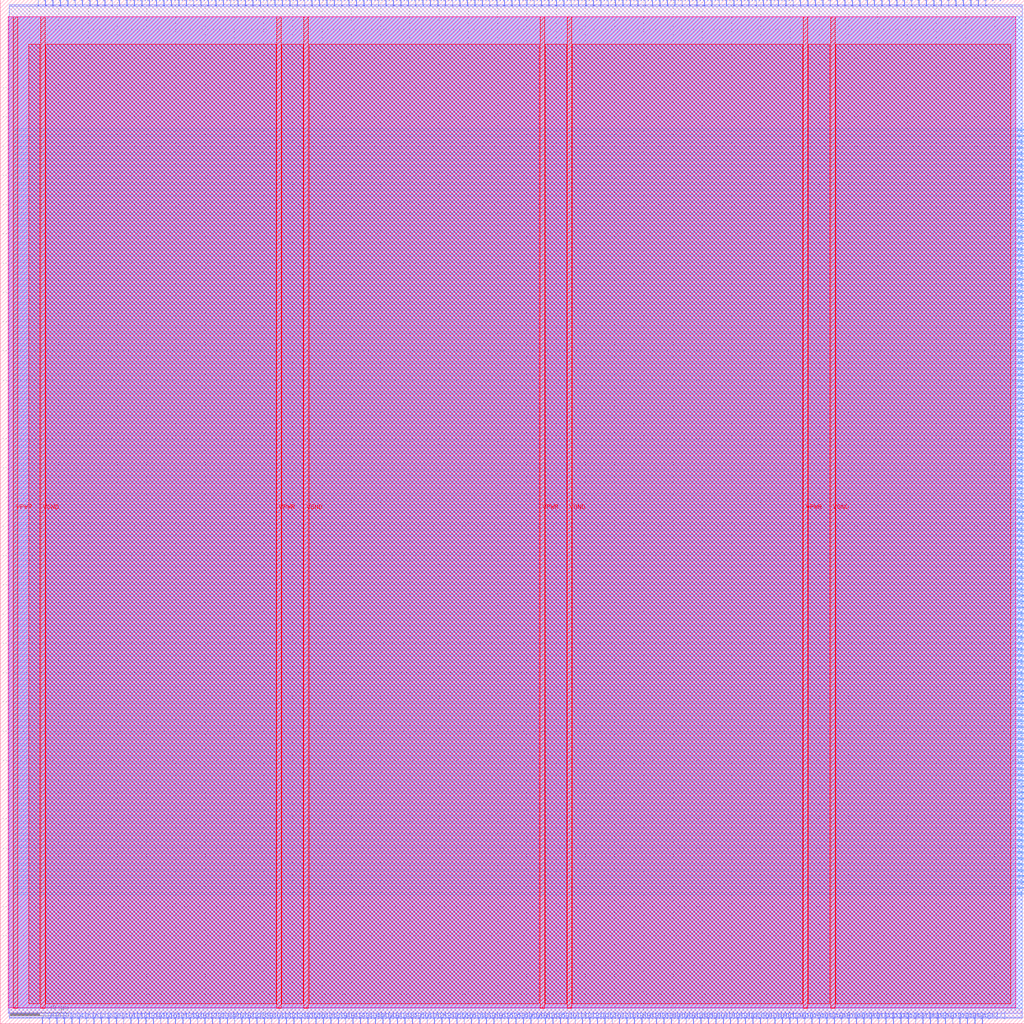
<source format=lef>
VERSION 5.7 ;
  NOWIREEXTENSIONATPIN ON ;
  DIVIDERCHAR "/" ;
  BUSBITCHARS "[]" ;
MACRO multiply_add_64x64
  CLASS BLOCK ;
  FOREIGN multiply_add_64x64 ;
  ORIGIN 0.000 0.000 ;
  SIZE 700.000 BY 700.000 ;
  PIN VGND
    DIRECTION INOUT ;
    USE GROUND ;
    PORT
      LAYER met4 ;
        RECT 27.570 10.640 30.670 688.400 ;
    END
    PORT
      LAYER met4 ;
        RECT 207.570 10.640 210.670 688.400 ;
    END
    PORT
      LAYER met4 ;
        RECT 387.570 10.640 390.670 688.400 ;
    END
    PORT
      LAYER met4 ;
        RECT 567.570 10.640 570.670 688.400 ;
    END
  END VGND
  PIN VPWR
    DIRECTION INOUT ;
    USE POWER ;
    PORT
      LAYER met4 ;
        RECT 8.970 10.640 12.070 688.400 ;
    END
    PORT
      LAYER met4 ;
        RECT 188.970 10.640 192.070 688.400 ;
    END
    PORT
      LAYER met4 ;
        RECT 368.970 10.640 372.070 688.400 ;
    END
    PORT
      LAYER met4 ;
        RECT 548.970 10.640 552.070 688.400 ;
    END
  END VPWR
  PIN a[0]
    DIRECTION INPUT ;
    USE SIGNAL ;
    ANTENNAGATEAREA 0.126000 ;
    PORT
      LAYER met3 ;
        RECT 696.000 92.520 700.000 93.120 ;
    END
  END a[0]
  PIN a[10]
    DIRECTION INPUT ;
    USE SIGNAL ;
    ANTENNAGATEAREA 0.126000 ;
    PORT
      LAYER met3 ;
        RECT 696.000 133.320 700.000 133.920 ;
    END
  END a[10]
  PIN a[11]
    DIRECTION INPUT ;
    USE SIGNAL ;
    ANTENNAGATEAREA 0.126000 ;
    PORT
      LAYER met3 ;
        RECT 696.000 137.400 700.000 138.000 ;
    END
  END a[11]
  PIN a[12]
    DIRECTION INPUT ;
    USE SIGNAL ;
    ANTENNAGATEAREA 0.126000 ;
    PORT
      LAYER met3 ;
        RECT 696.000 141.480 700.000 142.080 ;
    END
  END a[12]
  PIN a[13]
    DIRECTION INPUT ;
    USE SIGNAL ;
    ANTENNAGATEAREA 0.126000 ;
    PORT
      LAYER met3 ;
        RECT 696.000 145.560 700.000 146.160 ;
    END
  END a[13]
  PIN a[14]
    DIRECTION INPUT ;
    USE SIGNAL ;
    ANTENNAGATEAREA 0.126000 ;
    PORT
      LAYER met3 ;
        RECT 696.000 149.640 700.000 150.240 ;
    END
  END a[14]
  PIN a[15]
    DIRECTION INPUT ;
    USE SIGNAL ;
    ANTENNAGATEAREA 0.126000 ;
    PORT
      LAYER met3 ;
        RECT 696.000 153.720 700.000 154.320 ;
    END
  END a[15]
  PIN a[16]
    DIRECTION INPUT ;
    USE SIGNAL ;
    ANTENNAGATEAREA 0.126000 ;
    PORT
      LAYER met3 ;
        RECT 696.000 157.800 700.000 158.400 ;
    END
  END a[16]
  PIN a[17]
    DIRECTION INPUT ;
    USE SIGNAL ;
    ANTENNAGATEAREA 0.126000 ;
    PORT
      LAYER met3 ;
        RECT 696.000 161.880 700.000 162.480 ;
    END
  END a[17]
  PIN a[18]
    DIRECTION INPUT ;
    USE SIGNAL ;
    ANTENNAGATEAREA 0.126000 ;
    PORT
      LAYER met3 ;
        RECT 696.000 165.960 700.000 166.560 ;
    END
  END a[18]
  PIN a[19]
    DIRECTION INPUT ;
    USE SIGNAL ;
    ANTENNAGATEAREA 0.126000 ;
    PORT
      LAYER met3 ;
        RECT 696.000 170.040 700.000 170.640 ;
    END
  END a[19]
  PIN a[1]
    DIRECTION INPUT ;
    USE SIGNAL ;
    ANTENNAGATEAREA 0.126000 ;
    PORT
      LAYER met3 ;
        RECT 696.000 96.600 700.000 97.200 ;
    END
  END a[1]
  PIN a[20]
    DIRECTION INPUT ;
    USE SIGNAL ;
    ANTENNAGATEAREA 0.126000 ;
    PORT
      LAYER met3 ;
        RECT 696.000 174.120 700.000 174.720 ;
    END
  END a[20]
  PIN a[21]
    DIRECTION INPUT ;
    USE SIGNAL ;
    ANTENNAGATEAREA 0.126000 ;
    PORT
      LAYER met3 ;
        RECT 696.000 178.200 700.000 178.800 ;
    END
  END a[21]
  PIN a[22]
    DIRECTION INPUT ;
    USE SIGNAL ;
    ANTENNAGATEAREA 0.126000 ;
    PORT
      LAYER met3 ;
        RECT 696.000 182.280 700.000 182.880 ;
    END
  END a[22]
  PIN a[23]
    DIRECTION INPUT ;
    USE SIGNAL ;
    ANTENNAGATEAREA 0.126000 ;
    PORT
      LAYER met3 ;
        RECT 696.000 186.360 700.000 186.960 ;
    END
  END a[23]
  PIN a[24]
    DIRECTION INPUT ;
    USE SIGNAL ;
    ANTENNAGATEAREA 0.126000 ;
    PORT
      LAYER met3 ;
        RECT 696.000 190.440 700.000 191.040 ;
    END
  END a[24]
  PIN a[25]
    DIRECTION INPUT ;
    USE SIGNAL ;
    ANTENNAGATEAREA 0.126000 ;
    PORT
      LAYER met3 ;
        RECT 696.000 194.520 700.000 195.120 ;
    END
  END a[25]
  PIN a[26]
    DIRECTION INPUT ;
    USE SIGNAL ;
    ANTENNAGATEAREA 0.126000 ;
    PORT
      LAYER met3 ;
        RECT 696.000 198.600 700.000 199.200 ;
    END
  END a[26]
  PIN a[27]
    DIRECTION INPUT ;
    USE SIGNAL ;
    ANTENNAGATEAREA 0.126000 ;
    PORT
      LAYER met3 ;
        RECT 696.000 202.680 700.000 203.280 ;
    END
  END a[27]
  PIN a[28]
    DIRECTION INPUT ;
    USE SIGNAL ;
    ANTENNAGATEAREA 0.126000 ;
    PORT
      LAYER met3 ;
        RECT 696.000 206.760 700.000 207.360 ;
    END
  END a[28]
  PIN a[29]
    DIRECTION INPUT ;
    USE SIGNAL ;
    ANTENNAGATEAREA 0.126000 ;
    PORT
      LAYER met3 ;
        RECT 696.000 210.840 700.000 211.440 ;
    END
  END a[29]
  PIN a[2]
    DIRECTION INPUT ;
    USE SIGNAL ;
    ANTENNAGATEAREA 0.126000 ;
    PORT
      LAYER met3 ;
        RECT 696.000 100.680 700.000 101.280 ;
    END
  END a[2]
  PIN a[30]
    DIRECTION INPUT ;
    USE SIGNAL ;
    ANTENNAGATEAREA 0.126000 ;
    PORT
      LAYER met3 ;
        RECT 696.000 214.920 700.000 215.520 ;
    END
  END a[30]
  PIN a[31]
    DIRECTION INPUT ;
    USE SIGNAL ;
    ANTENNAGATEAREA 0.126000 ;
    PORT
      LAYER met3 ;
        RECT 696.000 219.000 700.000 219.600 ;
    END
  END a[31]
  PIN a[32]
    DIRECTION INPUT ;
    USE SIGNAL ;
    ANTENNAGATEAREA 0.126000 ;
    PORT
      LAYER met3 ;
        RECT 696.000 223.080 700.000 223.680 ;
    END
  END a[32]
  PIN a[33]
    DIRECTION INPUT ;
    USE SIGNAL ;
    ANTENNAGATEAREA 0.126000 ;
    PORT
      LAYER met3 ;
        RECT 696.000 227.160 700.000 227.760 ;
    END
  END a[33]
  PIN a[34]
    DIRECTION INPUT ;
    USE SIGNAL ;
    ANTENNAGATEAREA 0.126000 ;
    PORT
      LAYER met3 ;
        RECT 696.000 231.240 700.000 231.840 ;
    END
  END a[34]
  PIN a[35]
    DIRECTION INPUT ;
    USE SIGNAL ;
    ANTENNAGATEAREA 0.126000 ;
    PORT
      LAYER met3 ;
        RECT 696.000 235.320 700.000 235.920 ;
    END
  END a[35]
  PIN a[36]
    DIRECTION INPUT ;
    USE SIGNAL ;
    ANTENNAGATEAREA 0.126000 ;
    PORT
      LAYER met3 ;
        RECT 696.000 239.400 700.000 240.000 ;
    END
  END a[36]
  PIN a[37]
    DIRECTION INPUT ;
    USE SIGNAL ;
    ANTENNAGATEAREA 0.126000 ;
    PORT
      LAYER met3 ;
        RECT 696.000 243.480 700.000 244.080 ;
    END
  END a[37]
  PIN a[38]
    DIRECTION INPUT ;
    USE SIGNAL ;
    ANTENNAGATEAREA 0.126000 ;
    PORT
      LAYER met3 ;
        RECT 696.000 247.560 700.000 248.160 ;
    END
  END a[38]
  PIN a[39]
    DIRECTION INPUT ;
    USE SIGNAL ;
    ANTENNAGATEAREA 0.126000 ;
    PORT
      LAYER met3 ;
        RECT 696.000 251.640 700.000 252.240 ;
    END
  END a[39]
  PIN a[3]
    DIRECTION INPUT ;
    USE SIGNAL ;
    ANTENNAGATEAREA 0.126000 ;
    PORT
      LAYER met3 ;
        RECT 696.000 104.760 700.000 105.360 ;
    END
  END a[3]
  PIN a[40]
    DIRECTION INPUT ;
    USE SIGNAL ;
    ANTENNAGATEAREA 0.126000 ;
    PORT
      LAYER met3 ;
        RECT 696.000 255.720 700.000 256.320 ;
    END
  END a[40]
  PIN a[41]
    DIRECTION INPUT ;
    USE SIGNAL ;
    ANTENNAGATEAREA 0.126000 ;
    PORT
      LAYER met3 ;
        RECT 696.000 259.800 700.000 260.400 ;
    END
  END a[41]
  PIN a[42]
    DIRECTION INPUT ;
    USE SIGNAL ;
    ANTENNAGATEAREA 0.126000 ;
    PORT
      LAYER met3 ;
        RECT 696.000 263.880 700.000 264.480 ;
    END
  END a[42]
  PIN a[43]
    DIRECTION INPUT ;
    USE SIGNAL ;
    ANTENNAGATEAREA 0.126000 ;
    PORT
      LAYER met3 ;
        RECT 696.000 267.960 700.000 268.560 ;
    END
  END a[43]
  PIN a[44]
    DIRECTION INPUT ;
    USE SIGNAL ;
    ANTENNAGATEAREA 0.126000 ;
    PORT
      LAYER met3 ;
        RECT 696.000 272.040 700.000 272.640 ;
    END
  END a[44]
  PIN a[45]
    DIRECTION INPUT ;
    USE SIGNAL ;
    ANTENNAGATEAREA 0.560700 ;
    ANTENNADIFFAREA 0.434700 ;
    PORT
      LAYER met3 ;
        RECT 696.000 276.120 700.000 276.720 ;
    END
  END a[45]
  PIN a[46]
    DIRECTION INPUT ;
    USE SIGNAL ;
    ANTENNAGATEAREA 0.126000 ;
    PORT
      LAYER met3 ;
        RECT 696.000 280.200 700.000 280.800 ;
    END
  END a[46]
  PIN a[47]
    DIRECTION INPUT ;
    USE SIGNAL ;
    ANTENNAGATEAREA 0.126000 ;
    PORT
      LAYER met3 ;
        RECT 696.000 284.280 700.000 284.880 ;
    END
  END a[47]
  PIN a[48]
    DIRECTION INPUT ;
    USE SIGNAL ;
    ANTENNAGATEAREA 0.126000 ;
    PORT
      LAYER met3 ;
        RECT 696.000 288.360 700.000 288.960 ;
    END
  END a[48]
  PIN a[49]
    DIRECTION INPUT ;
    USE SIGNAL ;
    ANTENNAGATEAREA 0.126000 ;
    PORT
      LAYER met3 ;
        RECT 696.000 292.440 700.000 293.040 ;
    END
  END a[49]
  PIN a[4]
    DIRECTION INPUT ;
    USE SIGNAL ;
    ANTENNAGATEAREA 0.126000 ;
    PORT
      LAYER met3 ;
        RECT 696.000 108.840 700.000 109.440 ;
    END
  END a[4]
  PIN a[50]
    DIRECTION INPUT ;
    USE SIGNAL ;
    ANTENNAGATEAREA 0.126000 ;
    PORT
      LAYER met3 ;
        RECT 696.000 296.520 700.000 297.120 ;
    END
  END a[50]
  PIN a[51]
    DIRECTION INPUT ;
    USE SIGNAL ;
    ANTENNAGATEAREA 0.126000 ;
    PORT
      LAYER met3 ;
        RECT 696.000 300.600 700.000 301.200 ;
    END
  END a[51]
  PIN a[52]
    DIRECTION INPUT ;
    USE SIGNAL ;
    ANTENNAGATEAREA 0.126000 ;
    PORT
      LAYER met3 ;
        RECT 696.000 304.680 700.000 305.280 ;
    END
  END a[52]
  PIN a[53]
    DIRECTION INPUT ;
    USE SIGNAL ;
    ANTENNAGATEAREA 0.126000 ;
    PORT
      LAYER met3 ;
        RECT 696.000 308.760 700.000 309.360 ;
    END
  END a[53]
  PIN a[54]
    DIRECTION INPUT ;
    USE SIGNAL ;
    ANTENNAGATEAREA 0.126000 ;
    PORT
      LAYER met3 ;
        RECT 696.000 312.840 700.000 313.440 ;
    END
  END a[54]
  PIN a[55]
    DIRECTION INPUT ;
    USE SIGNAL ;
    ANTENNAGATEAREA 0.126000 ;
    PORT
      LAYER met3 ;
        RECT 696.000 316.920 700.000 317.520 ;
    END
  END a[55]
  PIN a[56]
    DIRECTION INPUT ;
    USE SIGNAL ;
    ANTENNAGATEAREA 0.126000 ;
    PORT
      LAYER met3 ;
        RECT 696.000 321.000 700.000 321.600 ;
    END
  END a[56]
  PIN a[57]
    DIRECTION INPUT ;
    USE SIGNAL ;
    ANTENNAGATEAREA 0.126000 ;
    PORT
      LAYER met3 ;
        RECT 696.000 325.080 700.000 325.680 ;
    END
  END a[57]
  PIN a[58]
    DIRECTION INPUT ;
    USE SIGNAL ;
    ANTENNAGATEAREA 0.126000 ;
    PORT
      LAYER met3 ;
        RECT 696.000 329.160 700.000 329.760 ;
    END
  END a[58]
  PIN a[59]
    DIRECTION INPUT ;
    USE SIGNAL ;
    ANTENNAGATEAREA 0.126000 ;
    PORT
      LAYER met3 ;
        RECT 696.000 333.240 700.000 333.840 ;
    END
  END a[59]
  PIN a[5]
    DIRECTION INPUT ;
    USE SIGNAL ;
    ANTENNAGATEAREA 0.126000 ;
    PORT
      LAYER met3 ;
        RECT 696.000 112.920 700.000 113.520 ;
    END
  END a[5]
  PIN a[60]
    DIRECTION INPUT ;
    USE SIGNAL ;
    ANTENNAGATEAREA 0.126000 ;
    PORT
      LAYER met3 ;
        RECT 696.000 337.320 700.000 337.920 ;
    END
  END a[60]
  PIN a[61]
    DIRECTION INPUT ;
    USE SIGNAL ;
    ANTENNAGATEAREA 0.126000 ;
    PORT
      LAYER met3 ;
        RECT 696.000 341.400 700.000 342.000 ;
    END
  END a[61]
  PIN a[62]
    DIRECTION INPUT ;
    USE SIGNAL ;
    ANTENNAGATEAREA 0.126000 ;
    PORT
      LAYER met3 ;
        RECT 696.000 345.480 700.000 346.080 ;
    END
  END a[62]
  PIN a[63]
    DIRECTION INPUT ;
    USE SIGNAL ;
    ANTENNAGATEAREA 0.126000 ;
    PORT
      LAYER met3 ;
        RECT 696.000 349.560 700.000 350.160 ;
    END
  END a[63]
  PIN a[6]
    DIRECTION INPUT ;
    USE SIGNAL ;
    ANTENNAGATEAREA 0.126000 ;
    PORT
      LAYER met3 ;
        RECT 696.000 117.000 700.000 117.600 ;
    END
  END a[6]
  PIN a[7]
    DIRECTION INPUT ;
    USE SIGNAL ;
    ANTENNAGATEAREA 0.126000 ;
    PORT
      LAYER met3 ;
        RECT 696.000 121.080 700.000 121.680 ;
    END
  END a[7]
  PIN a[8]
    DIRECTION INPUT ;
    USE SIGNAL ;
    ANTENNAGATEAREA 0.126000 ;
    PORT
      LAYER met3 ;
        RECT 696.000 125.160 700.000 125.760 ;
    END
  END a[8]
  PIN a[9]
    DIRECTION INPUT ;
    USE SIGNAL ;
    ANTENNAGATEAREA 0.126000 ;
    PORT
      LAYER met3 ;
        RECT 696.000 129.240 700.000 129.840 ;
    END
  END a[9]
  PIN b[0]
    DIRECTION INPUT ;
    USE SIGNAL ;
    ANTENNAGATEAREA 0.126000 ;
    PORT
      LAYER met3 ;
        RECT 696.000 353.640 700.000 354.240 ;
    END
  END b[0]
  PIN b[10]
    DIRECTION INPUT ;
    USE SIGNAL ;
    ANTENNAGATEAREA 0.126000 ;
    PORT
      LAYER met3 ;
        RECT 696.000 394.440 700.000 395.040 ;
    END
  END b[10]
  PIN b[11]
    DIRECTION INPUT ;
    USE SIGNAL ;
    ANTENNAGATEAREA 0.126000 ;
    PORT
      LAYER met3 ;
        RECT 696.000 398.520 700.000 399.120 ;
    END
  END b[11]
  PIN b[12]
    DIRECTION INPUT ;
    USE SIGNAL ;
    ANTENNAGATEAREA 0.126000 ;
    PORT
      LAYER met3 ;
        RECT 696.000 402.600 700.000 403.200 ;
    END
  END b[12]
  PIN b[13]
    DIRECTION INPUT ;
    USE SIGNAL ;
    ANTENNAGATEAREA 0.126000 ;
    PORT
      LAYER met3 ;
        RECT 696.000 406.680 700.000 407.280 ;
    END
  END b[13]
  PIN b[14]
    DIRECTION INPUT ;
    USE SIGNAL ;
    ANTENNAGATEAREA 0.126000 ;
    PORT
      LAYER met3 ;
        RECT 696.000 410.760 700.000 411.360 ;
    END
  END b[14]
  PIN b[15]
    DIRECTION INPUT ;
    USE SIGNAL ;
    ANTENNAGATEAREA 0.126000 ;
    PORT
      LAYER met3 ;
        RECT 696.000 414.840 700.000 415.440 ;
    END
  END b[15]
  PIN b[16]
    DIRECTION INPUT ;
    USE SIGNAL ;
    ANTENNAGATEAREA 0.126000 ;
    PORT
      LAYER met3 ;
        RECT 696.000 418.920 700.000 419.520 ;
    END
  END b[16]
  PIN b[17]
    DIRECTION INPUT ;
    USE SIGNAL ;
    ANTENNAGATEAREA 0.126000 ;
    PORT
      LAYER met3 ;
        RECT 696.000 423.000 700.000 423.600 ;
    END
  END b[17]
  PIN b[18]
    DIRECTION INPUT ;
    USE SIGNAL ;
    ANTENNAGATEAREA 0.126000 ;
    PORT
      LAYER met3 ;
        RECT 696.000 427.080 700.000 427.680 ;
    END
  END b[18]
  PIN b[19]
    DIRECTION INPUT ;
    USE SIGNAL ;
    ANTENNAGATEAREA 0.126000 ;
    PORT
      LAYER met3 ;
        RECT 696.000 431.160 700.000 431.760 ;
    END
  END b[19]
  PIN b[1]
    DIRECTION INPUT ;
    USE SIGNAL ;
    ANTENNAGATEAREA 0.126000 ;
    PORT
      LAYER met3 ;
        RECT 696.000 357.720 700.000 358.320 ;
    END
  END b[1]
  PIN b[20]
    DIRECTION INPUT ;
    USE SIGNAL ;
    ANTENNAGATEAREA 0.126000 ;
    PORT
      LAYER met3 ;
        RECT 696.000 435.240 700.000 435.840 ;
    END
  END b[20]
  PIN b[21]
    DIRECTION INPUT ;
    USE SIGNAL ;
    ANTENNAGATEAREA 0.126000 ;
    PORT
      LAYER met3 ;
        RECT 696.000 439.320 700.000 439.920 ;
    END
  END b[21]
  PIN b[22]
    DIRECTION INPUT ;
    USE SIGNAL ;
    ANTENNAGATEAREA 0.126000 ;
    PORT
      LAYER met3 ;
        RECT 696.000 443.400 700.000 444.000 ;
    END
  END b[22]
  PIN b[23]
    DIRECTION INPUT ;
    USE SIGNAL ;
    ANTENNAGATEAREA 0.126000 ;
    PORT
      LAYER met3 ;
        RECT 696.000 447.480 700.000 448.080 ;
    END
  END b[23]
  PIN b[24]
    DIRECTION INPUT ;
    USE SIGNAL ;
    ANTENNAGATEAREA 0.126000 ;
    PORT
      LAYER met3 ;
        RECT 696.000 451.560 700.000 452.160 ;
    END
  END b[24]
  PIN b[25]
    DIRECTION INPUT ;
    USE SIGNAL ;
    ANTENNAGATEAREA 0.126000 ;
    PORT
      LAYER met3 ;
        RECT 696.000 455.640 700.000 456.240 ;
    END
  END b[25]
  PIN b[26]
    DIRECTION INPUT ;
    USE SIGNAL ;
    ANTENNAGATEAREA 0.126000 ;
    PORT
      LAYER met3 ;
        RECT 696.000 459.720 700.000 460.320 ;
    END
  END b[26]
  PIN b[27]
    DIRECTION INPUT ;
    USE SIGNAL ;
    ANTENNAGATEAREA 0.126000 ;
    PORT
      LAYER met3 ;
        RECT 696.000 463.800 700.000 464.400 ;
    END
  END b[27]
  PIN b[28]
    DIRECTION INPUT ;
    USE SIGNAL ;
    ANTENNAGATEAREA 0.126000 ;
    PORT
      LAYER met3 ;
        RECT 696.000 467.880 700.000 468.480 ;
    END
  END b[28]
  PIN b[29]
    DIRECTION INPUT ;
    USE SIGNAL ;
    ANTENNAGATEAREA 0.126000 ;
    PORT
      LAYER met3 ;
        RECT 696.000 471.960 700.000 472.560 ;
    END
  END b[29]
  PIN b[2]
    DIRECTION INPUT ;
    USE SIGNAL ;
    ANTENNAGATEAREA 0.126000 ;
    PORT
      LAYER met3 ;
        RECT 696.000 361.800 700.000 362.400 ;
    END
  END b[2]
  PIN b[30]
    DIRECTION INPUT ;
    USE SIGNAL ;
    ANTENNAGATEAREA 0.126000 ;
    PORT
      LAYER met3 ;
        RECT 696.000 476.040 700.000 476.640 ;
    END
  END b[30]
  PIN b[31]
    DIRECTION INPUT ;
    USE SIGNAL ;
    ANTENNAGATEAREA 0.126000 ;
    PORT
      LAYER met3 ;
        RECT 696.000 480.120 700.000 480.720 ;
    END
  END b[31]
  PIN b[32]
    DIRECTION INPUT ;
    USE SIGNAL ;
    ANTENNAGATEAREA 0.126000 ;
    PORT
      LAYER met3 ;
        RECT 696.000 484.200 700.000 484.800 ;
    END
  END b[32]
  PIN b[33]
    DIRECTION INPUT ;
    USE SIGNAL ;
    ANTENNAGATEAREA 0.126000 ;
    PORT
      LAYER met3 ;
        RECT 696.000 488.280 700.000 488.880 ;
    END
  END b[33]
  PIN b[34]
    DIRECTION INPUT ;
    USE SIGNAL ;
    ANTENNAGATEAREA 0.126000 ;
    PORT
      LAYER met3 ;
        RECT 696.000 492.360 700.000 492.960 ;
    END
  END b[34]
  PIN b[35]
    DIRECTION INPUT ;
    USE SIGNAL ;
    ANTENNAGATEAREA 0.126000 ;
    PORT
      LAYER met3 ;
        RECT 696.000 496.440 700.000 497.040 ;
    END
  END b[35]
  PIN b[36]
    DIRECTION INPUT ;
    USE SIGNAL ;
    ANTENNAGATEAREA 0.126000 ;
    PORT
      LAYER met3 ;
        RECT 696.000 500.520 700.000 501.120 ;
    END
  END b[36]
  PIN b[37]
    DIRECTION INPUT ;
    USE SIGNAL ;
    ANTENNAGATEAREA 0.126000 ;
    PORT
      LAYER met3 ;
        RECT 696.000 504.600 700.000 505.200 ;
    END
  END b[37]
  PIN b[38]
    DIRECTION INPUT ;
    USE SIGNAL ;
    ANTENNAGATEAREA 0.126000 ;
    PORT
      LAYER met3 ;
        RECT 696.000 508.680 700.000 509.280 ;
    END
  END b[38]
  PIN b[39]
    DIRECTION INPUT ;
    USE SIGNAL ;
    ANTENNAGATEAREA 0.126000 ;
    PORT
      LAYER met3 ;
        RECT 696.000 512.760 700.000 513.360 ;
    END
  END b[39]
  PIN b[3]
    DIRECTION INPUT ;
    USE SIGNAL ;
    ANTENNAGATEAREA 0.126000 ;
    PORT
      LAYER met3 ;
        RECT 696.000 365.880 700.000 366.480 ;
    END
  END b[3]
  PIN b[40]
    DIRECTION INPUT ;
    USE SIGNAL ;
    ANTENNAGATEAREA 0.126000 ;
    PORT
      LAYER met3 ;
        RECT 696.000 516.840 700.000 517.440 ;
    END
  END b[40]
  PIN b[41]
    DIRECTION INPUT ;
    USE SIGNAL ;
    ANTENNAGATEAREA 0.126000 ;
    PORT
      LAYER met3 ;
        RECT 696.000 520.920 700.000 521.520 ;
    END
  END b[41]
  PIN b[42]
    DIRECTION INPUT ;
    USE SIGNAL ;
    ANTENNAGATEAREA 0.126000 ;
    PORT
      LAYER met3 ;
        RECT 696.000 525.000 700.000 525.600 ;
    END
  END b[42]
  PIN b[43]
    DIRECTION INPUT ;
    USE SIGNAL ;
    ANTENNAGATEAREA 0.126000 ;
    PORT
      LAYER met3 ;
        RECT 696.000 529.080 700.000 529.680 ;
    END
  END b[43]
  PIN b[44]
    DIRECTION INPUT ;
    USE SIGNAL ;
    ANTENNAGATEAREA 0.126000 ;
    PORT
      LAYER met3 ;
        RECT 696.000 533.160 700.000 533.760 ;
    END
  END b[44]
  PIN b[45]
    DIRECTION INPUT ;
    USE SIGNAL ;
    ANTENNAGATEAREA 0.126000 ;
    PORT
      LAYER met3 ;
        RECT 696.000 537.240 700.000 537.840 ;
    END
  END b[45]
  PIN b[46]
    DIRECTION INPUT ;
    USE SIGNAL ;
    ANTENNAGATEAREA 0.126000 ;
    PORT
      LAYER met3 ;
        RECT 696.000 541.320 700.000 541.920 ;
    END
  END b[46]
  PIN b[47]
    DIRECTION INPUT ;
    USE SIGNAL ;
    ANTENNAGATEAREA 0.126000 ;
    PORT
      LAYER met3 ;
        RECT 696.000 545.400 700.000 546.000 ;
    END
  END b[47]
  PIN b[48]
    DIRECTION INPUT ;
    USE SIGNAL ;
    ANTENNAGATEAREA 0.126000 ;
    PORT
      LAYER met3 ;
        RECT 696.000 549.480 700.000 550.080 ;
    END
  END b[48]
  PIN b[49]
    DIRECTION INPUT ;
    USE SIGNAL ;
    ANTENNAGATEAREA 0.126000 ;
    PORT
      LAYER met3 ;
        RECT 696.000 553.560 700.000 554.160 ;
    END
  END b[49]
  PIN b[4]
    DIRECTION INPUT ;
    USE SIGNAL ;
    ANTENNAGATEAREA 0.126000 ;
    PORT
      LAYER met3 ;
        RECT 696.000 369.960 700.000 370.560 ;
    END
  END b[4]
  PIN b[50]
    DIRECTION INPUT ;
    USE SIGNAL ;
    ANTENNAGATEAREA 0.126000 ;
    PORT
      LAYER met3 ;
        RECT 696.000 557.640 700.000 558.240 ;
    END
  END b[50]
  PIN b[51]
    DIRECTION INPUT ;
    USE SIGNAL ;
    ANTENNAGATEAREA 0.126000 ;
    PORT
      LAYER met3 ;
        RECT 696.000 561.720 700.000 562.320 ;
    END
  END b[51]
  PIN b[52]
    DIRECTION INPUT ;
    USE SIGNAL ;
    ANTENNAGATEAREA 0.126000 ;
    PORT
      LAYER met3 ;
        RECT 696.000 565.800 700.000 566.400 ;
    END
  END b[52]
  PIN b[53]
    DIRECTION INPUT ;
    USE SIGNAL ;
    ANTENNAGATEAREA 0.126000 ;
    PORT
      LAYER met3 ;
        RECT 696.000 569.880 700.000 570.480 ;
    END
  END b[53]
  PIN b[54]
    DIRECTION INPUT ;
    USE SIGNAL ;
    ANTENNAGATEAREA 0.126000 ;
    PORT
      LAYER met3 ;
        RECT 696.000 573.960 700.000 574.560 ;
    END
  END b[54]
  PIN b[55]
    DIRECTION INPUT ;
    USE SIGNAL ;
    ANTENNAGATEAREA 0.126000 ;
    PORT
      LAYER met3 ;
        RECT 696.000 578.040 700.000 578.640 ;
    END
  END b[55]
  PIN b[56]
    DIRECTION INPUT ;
    USE SIGNAL ;
    ANTENNAGATEAREA 0.126000 ;
    PORT
      LAYER met3 ;
        RECT 696.000 582.120 700.000 582.720 ;
    END
  END b[56]
  PIN b[57]
    DIRECTION INPUT ;
    USE SIGNAL ;
    ANTENNAGATEAREA 0.126000 ;
    PORT
      LAYER met3 ;
        RECT 696.000 586.200 700.000 586.800 ;
    END
  END b[57]
  PIN b[58]
    DIRECTION INPUT ;
    USE SIGNAL ;
    ANTENNAGATEAREA 0.126000 ;
    PORT
      LAYER met3 ;
        RECT 696.000 590.280 700.000 590.880 ;
    END
  END b[58]
  PIN b[59]
    DIRECTION INPUT ;
    USE SIGNAL ;
    ANTENNAGATEAREA 0.126000 ;
    PORT
      LAYER met3 ;
        RECT 696.000 594.360 700.000 594.960 ;
    END
  END b[59]
  PIN b[5]
    DIRECTION INPUT ;
    USE SIGNAL ;
    ANTENNAGATEAREA 0.126000 ;
    PORT
      LAYER met3 ;
        RECT 696.000 374.040 700.000 374.640 ;
    END
  END b[5]
  PIN b[60]
    DIRECTION INPUT ;
    USE SIGNAL ;
    ANTENNAGATEAREA 0.126000 ;
    PORT
      LAYER met3 ;
        RECT 696.000 598.440 700.000 599.040 ;
    END
  END b[60]
  PIN b[61]
    DIRECTION INPUT ;
    USE SIGNAL ;
    ANTENNAGATEAREA 0.126000 ;
    PORT
      LAYER met3 ;
        RECT 696.000 602.520 700.000 603.120 ;
    END
  END b[61]
  PIN b[62]
    DIRECTION INPUT ;
    USE SIGNAL ;
    ANTENNAGATEAREA 0.126000 ;
    PORT
      LAYER met3 ;
        RECT 696.000 606.600 700.000 607.200 ;
    END
  END b[62]
  PIN b[63]
    DIRECTION INPUT ;
    USE SIGNAL ;
    ANTENNAGATEAREA 0.126000 ;
    PORT
      LAYER met3 ;
        RECT 696.000 610.680 700.000 611.280 ;
    END
  END b[63]
  PIN b[6]
    DIRECTION INPUT ;
    USE SIGNAL ;
    ANTENNAGATEAREA 0.126000 ;
    PORT
      LAYER met3 ;
        RECT 696.000 378.120 700.000 378.720 ;
    END
  END b[6]
  PIN b[7]
    DIRECTION INPUT ;
    USE SIGNAL ;
    ANTENNAGATEAREA 0.126000 ;
    PORT
      LAYER met3 ;
        RECT 696.000 382.200 700.000 382.800 ;
    END
  END b[7]
  PIN b[8]
    DIRECTION INPUT ;
    USE SIGNAL ;
    ANTENNAGATEAREA 0.126000 ;
    PORT
      LAYER met3 ;
        RECT 696.000 386.280 700.000 386.880 ;
    END
  END b[8]
  PIN b[9]
    DIRECTION INPUT ;
    USE SIGNAL ;
    ANTENNAGATEAREA 0.126000 ;
    PORT
      LAYER met3 ;
        RECT 696.000 390.360 700.000 390.960 ;
    END
  END b[9]
  PIN c[0]
    DIRECTION INPUT ;
    USE SIGNAL ;
    ANTENNAGATEAREA 0.126000 ;
    PORT
      LAYER met2 ;
        RECT 28.610 0.000 28.890 4.000 ;
    END
  END c[0]
  PIN c[100]
    DIRECTION INPUT ;
    USE SIGNAL ;
    ANTENNAGATEAREA 0.126000 ;
    PORT
      LAYER met2 ;
        RECT 534.610 0.000 534.890 4.000 ;
    END
  END c[100]
  PIN c[101]
    DIRECTION INPUT ;
    USE SIGNAL ;
    ANTENNAGATEAREA 0.126000 ;
    PORT
      LAYER met2 ;
        RECT 539.670 0.000 539.950 4.000 ;
    END
  END c[101]
  PIN c[102]
    DIRECTION INPUT ;
    USE SIGNAL ;
    ANTENNAGATEAREA 0.126000 ;
    PORT
      LAYER met2 ;
        RECT 544.730 0.000 545.010 4.000 ;
    END
  END c[102]
  PIN c[103]
    DIRECTION INPUT ;
    USE SIGNAL ;
    ANTENNAGATEAREA 0.126000 ;
    PORT
      LAYER met2 ;
        RECT 549.790 0.000 550.070 4.000 ;
    END
  END c[103]
  PIN c[104]
    DIRECTION INPUT ;
    USE SIGNAL ;
    ANTENNAGATEAREA 0.126000 ;
    PORT
      LAYER met2 ;
        RECT 554.850 0.000 555.130 4.000 ;
    END
  END c[104]
  PIN c[105]
    DIRECTION INPUT ;
    USE SIGNAL ;
    ANTENNAGATEAREA 0.126000 ;
    PORT
      LAYER met2 ;
        RECT 559.910 0.000 560.190 4.000 ;
    END
  END c[105]
  PIN c[106]
    DIRECTION INPUT ;
    USE SIGNAL ;
    ANTENNAGATEAREA 0.126000 ;
    PORT
      LAYER met2 ;
        RECT 564.970 0.000 565.250 4.000 ;
    END
  END c[106]
  PIN c[107]
    DIRECTION INPUT ;
    USE SIGNAL ;
    ANTENNAGATEAREA 0.126000 ;
    PORT
      LAYER met2 ;
        RECT 570.030 0.000 570.310 4.000 ;
    END
  END c[107]
  PIN c[108]
    DIRECTION INPUT ;
    USE SIGNAL ;
    ANTENNAGATEAREA 0.126000 ;
    PORT
      LAYER met2 ;
        RECT 575.090 0.000 575.370 4.000 ;
    END
  END c[108]
  PIN c[109]
    DIRECTION INPUT ;
    USE SIGNAL ;
    ANTENNAGATEAREA 0.126000 ;
    PORT
      LAYER met2 ;
        RECT 580.150 0.000 580.430 4.000 ;
    END
  END c[109]
  PIN c[10]
    DIRECTION INPUT ;
    USE SIGNAL ;
    ANTENNAGATEAREA 0.126000 ;
    PORT
      LAYER met2 ;
        RECT 79.210 0.000 79.490 4.000 ;
    END
  END c[10]
  PIN c[110]
    DIRECTION INPUT ;
    USE SIGNAL ;
    ANTENNAGATEAREA 0.126000 ;
    PORT
      LAYER met2 ;
        RECT 585.210 0.000 585.490 4.000 ;
    END
  END c[110]
  PIN c[111]
    DIRECTION INPUT ;
    USE SIGNAL ;
    ANTENNAGATEAREA 0.126000 ;
    PORT
      LAYER met2 ;
        RECT 590.270 0.000 590.550 4.000 ;
    END
  END c[111]
  PIN c[112]
    DIRECTION INPUT ;
    USE SIGNAL ;
    ANTENNAGATEAREA 0.126000 ;
    PORT
      LAYER met2 ;
        RECT 595.330 0.000 595.610 4.000 ;
    END
  END c[112]
  PIN c[113]
    DIRECTION INPUT ;
    USE SIGNAL ;
    ANTENNAGATEAREA 0.126000 ;
    PORT
      LAYER met2 ;
        RECT 600.390 0.000 600.670 4.000 ;
    END
  END c[113]
  PIN c[114]
    DIRECTION INPUT ;
    USE SIGNAL ;
    ANTENNAGATEAREA 0.126000 ;
    PORT
      LAYER met2 ;
        RECT 605.450 0.000 605.730 4.000 ;
    END
  END c[114]
  PIN c[115]
    DIRECTION INPUT ;
    USE SIGNAL ;
    ANTENNAGATEAREA 0.126000 ;
    PORT
      LAYER met2 ;
        RECT 610.510 0.000 610.790 4.000 ;
    END
  END c[115]
  PIN c[116]
    DIRECTION INPUT ;
    USE SIGNAL ;
    ANTENNAGATEAREA 0.126000 ;
    PORT
      LAYER met2 ;
        RECT 615.570 0.000 615.850 4.000 ;
    END
  END c[116]
  PIN c[117]
    DIRECTION INPUT ;
    USE SIGNAL ;
    ANTENNAGATEAREA 0.126000 ;
    PORT
      LAYER met2 ;
        RECT 620.630 0.000 620.910 4.000 ;
    END
  END c[117]
  PIN c[118]
    DIRECTION INPUT ;
    USE SIGNAL ;
    ANTENNAGATEAREA 0.126000 ;
    PORT
      LAYER met2 ;
        RECT 625.690 0.000 625.970 4.000 ;
    END
  END c[118]
  PIN c[119]
    DIRECTION INPUT ;
    USE SIGNAL ;
    ANTENNAGATEAREA 0.126000 ;
    PORT
      LAYER met2 ;
        RECT 630.750 0.000 631.030 4.000 ;
    END
  END c[119]
  PIN c[11]
    DIRECTION INPUT ;
    USE SIGNAL ;
    ANTENNAGATEAREA 0.126000 ;
    PORT
      LAYER met2 ;
        RECT 84.270 0.000 84.550 4.000 ;
    END
  END c[11]
  PIN c[120]
    DIRECTION INPUT ;
    USE SIGNAL ;
    ANTENNAGATEAREA 0.126000 ;
    PORT
      LAYER met2 ;
        RECT 635.810 0.000 636.090 4.000 ;
    END
  END c[120]
  PIN c[121]
    DIRECTION INPUT ;
    USE SIGNAL ;
    ANTENNAGATEAREA 0.126000 ;
    PORT
      LAYER met2 ;
        RECT 640.870 0.000 641.150 4.000 ;
    END
  END c[121]
  PIN c[122]
    DIRECTION INPUT ;
    USE SIGNAL ;
    ANTENNAGATEAREA 0.126000 ;
    PORT
      LAYER met2 ;
        RECT 645.930 0.000 646.210 4.000 ;
    END
  END c[122]
  PIN c[123]
    DIRECTION INPUT ;
    USE SIGNAL ;
    ANTENNAGATEAREA 0.126000 ;
    PORT
      LAYER met2 ;
        RECT 650.990 0.000 651.270 4.000 ;
    END
  END c[123]
  PIN c[124]
    DIRECTION INPUT ;
    USE SIGNAL ;
    ANTENNAGATEAREA 0.126000 ;
    PORT
      LAYER met2 ;
        RECT 656.050 0.000 656.330 4.000 ;
    END
  END c[124]
  PIN c[125]
    DIRECTION INPUT ;
    USE SIGNAL ;
    ANTENNAGATEAREA 0.126000 ;
    PORT
      LAYER met2 ;
        RECT 661.110 0.000 661.390 4.000 ;
    END
  END c[125]
  PIN c[126]
    DIRECTION INPUT ;
    USE SIGNAL ;
    ANTENNAGATEAREA 0.126000 ;
    PORT
      LAYER met2 ;
        RECT 666.170 0.000 666.450 4.000 ;
    END
  END c[126]
  PIN c[127]
    DIRECTION INPUT ;
    USE SIGNAL ;
    ANTENNAGATEAREA 0.126000 ;
    PORT
      LAYER met2 ;
        RECT 671.230 0.000 671.510 4.000 ;
    END
  END c[127]
  PIN c[12]
    DIRECTION INPUT ;
    USE SIGNAL ;
    ANTENNAGATEAREA 0.126000 ;
    PORT
      LAYER met2 ;
        RECT 89.330 0.000 89.610 4.000 ;
    END
  END c[12]
  PIN c[13]
    DIRECTION INPUT ;
    USE SIGNAL ;
    ANTENNAGATEAREA 0.126000 ;
    PORT
      LAYER met2 ;
        RECT 94.390 0.000 94.670 4.000 ;
    END
  END c[13]
  PIN c[14]
    DIRECTION INPUT ;
    USE SIGNAL ;
    ANTENNAGATEAREA 0.126000 ;
    PORT
      LAYER met2 ;
        RECT 99.450 0.000 99.730 4.000 ;
    END
  END c[14]
  PIN c[15]
    DIRECTION INPUT ;
    USE SIGNAL ;
    ANTENNAGATEAREA 0.126000 ;
    PORT
      LAYER met2 ;
        RECT 104.510 0.000 104.790 4.000 ;
    END
  END c[15]
  PIN c[16]
    DIRECTION INPUT ;
    USE SIGNAL ;
    ANTENNAGATEAREA 0.126000 ;
    PORT
      LAYER met2 ;
        RECT 109.570 0.000 109.850 4.000 ;
    END
  END c[16]
  PIN c[17]
    DIRECTION INPUT ;
    USE SIGNAL ;
    ANTENNAGATEAREA 0.126000 ;
    PORT
      LAYER met2 ;
        RECT 114.630 0.000 114.910 4.000 ;
    END
  END c[17]
  PIN c[18]
    DIRECTION INPUT ;
    USE SIGNAL ;
    ANTENNAGATEAREA 0.126000 ;
    PORT
      LAYER met2 ;
        RECT 119.690 0.000 119.970 4.000 ;
    END
  END c[18]
  PIN c[19]
    DIRECTION INPUT ;
    USE SIGNAL ;
    ANTENNAGATEAREA 0.126000 ;
    PORT
      LAYER met2 ;
        RECT 124.750 0.000 125.030 4.000 ;
    END
  END c[19]
  PIN c[1]
    DIRECTION INPUT ;
    USE SIGNAL ;
    ANTENNAGATEAREA 0.126000 ;
    PORT
      LAYER met2 ;
        RECT 33.670 0.000 33.950 4.000 ;
    END
  END c[1]
  PIN c[20]
    DIRECTION INPUT ;
    USE SIGNAL ;
    ANTENNAGATEAREA 0.126000 ;
    PORT
      LAYER met2 ;
        RECT 129.810 0.000 130.090 4.000 ;
    END
  END c[20]
  PIN c[21]
    DIRECTION INPUT ;
    USE SIGNAL ;
    ANTENNAGATEAREA 0.126000 ;
    PORT
      LAYER met2 ;
        RECT 134.870 0.000 135.150 4.000 ;
    END
  END c[21]
  PIN c[22]
    DIRECTION INPUT ;
    USE SIGNAL ;
    ANTENNAGATEAREA 0.126000 ;
    PORT
      LAYER met2 ;
        RECT 139.930 0.000 140.210 4.000 ;
    END
  END c[22]
  PIN c[23]
    DIRECTION INPUT ;
    USE SIGNAL ;
    ANTENNAGATEAREA 0.126000 ;
    PORT
      LAYER met2 ;
        RECT 144.990 0.000 145.270 4.000 ;
    END
  END c[23]
  PIN c[24]
    DIRECTION INPUT ;
    USE SIGNAL ;
    ANTENNAGATEAREA 0.126000 ;
    PORT
      LAYER met2 ;
        RECT 150.050 0.000 150.330 4.000 ;
    END
  END c[24]
  PIN c[25]
    DIRECTION INPUT ;
    USE SIGNAL ;
    ANTENNAGATEAREA 0.126000 ;
    PORT
      LAYER met2 ;
        RECT 155.110 0.000 155.390 4.000 ;
    END
  END c[25]
  PIN c[26]
    DIRECTION INPUT ;
    USE SIGNAL ;
    ANTENNAGATEAREA 0.126000 ;
    PORT
      LAYER met2 ;
        RECT 160.170 0.000 160.450 4.000 ;
    END
  END c[26]
  PIN c[27]
    DIRECTION INPUT ;
    USE SIGNAL ;
    ANTENNAGATEAREA 0.126000 ;
    PORT
      LAYER met2 ;
        RECT 165.230 0.000 165.510 4.000 ;
    END
  END c[27]
  PIN c[28]
    DIRECTION INPUT ;
    USE SIGNAL ;
    ANTENNAGATEAREA 0.126000 ;
    PORT
      LAYER met2 ;
        RECT 170.290 0.000 170.570 4.000 ;
    END
  END c[28]
  PIN c[29]
    DIRECTION INPUT ;
    USE SIGNAL ;
    ANTENNAGATEAREA 0.126000 ;
    PORT
      LAYER met2 ;
        RECT 175.350 0.000 175.630 4.000 ;
    END
  END c[29]
  PIN c[2]
    DIRECTION INPUT ;
    USE SIGNAL ;
    ANTENNAGATEAREA 0.126000 ;
    PORT
      LAYER met2 ;
        RECT 38.730 0.000 39.010 4.000 ;
    END
  END c[2]
  PIN c[30]
    DIRECTION INPUT ;
    USE SIGNAL ;
    ANTENNAGATEAREA 0.126000 ;
    PORT
      LAYER met2 ;
        RECT 180.410 0.000 180.690 4.000 ;
    END
  END c[30]
  PIN c[31]
    DIRECTION INPUT ;
    USE SIGNAL ;
    ANTENNAGATEAREA 0.126000 ;
    PORT
      LAYER met2 ;
        RECT 185.470 0.000 185.750 4.000 ;
    END
  END c[31]
  PIN c[32]
    DIRECTION INPUT ;
    USE SIGNAL ;
    ANTENNAGATEAREA 0.126000 ;
    PORT
      LAYER met2 ;
        RECT 190.530 0.000 190.810 4.000 ;
    END
  END c[32]
  PIN c[33]
    DIRECTION INPUT ;
    USE SIGNAL ;
    ANTENNAGATEAREA 0.126000 ;
    PORT
      LAYER met2 ;
        RECT 195.590 0.000 195.870 4.000 ;
    END
  END c[33]
  PIN c[34]
    DIRECTION INPUT ;
    USE SIGNAL ;
    ANTENNAGATEAREA 0.126000 ;
    PORT
      LAYER met2 ;
        RECT 200.650 0.000 200.930 4.000 ;
    END
  END c[34]
  PIN c[35]
    DIRECTION INPUT ;
    USE SIGNAL ;
    ANTENNAGATEAREA 0.126000 ;
    PORT
      LAYER met2 ;
        RECT 205.710 0.000 205.990 4.000 ;
    END
  END c[35]
  PIN c[36]
    DIRECTION INPUT ;
    USE SIGNAL ;
    ANTENNAGATEAREA 0.126000 ;
    PORT
      LAYER met2 ;
        RECT 210.770 0.000 211.050 4.000 ;
    END
  END c[36]
  PIN c[37]
    DIRECTION INPUT ;
    USE SIGNAL ;
    ANTENNAGATEAREA 0.126000 ;
    PORT
      LAYER met2 ;
        RECT 215.830 0.000 216.110 4.000 ;
    END
  END c[37]
  PIN c[38]
    DIRECTION INPUT ;
    USE SIGNAL ;
    ANTENNAGATEAREA 0.126000 ;
    PORT
      LAYER met2 ;
        RECT 220.890 0.000 221.170 4.000 ;
    END
  END c[38]
  PIN c[39]
    DIRECTION INPUT ;
    USE SIGNAL ;
    ANTENNAGATEAREA 0.126000 ;
    PORT
      LAYER met2 ;
        RECT 225.950 0.000 226.230 4.000 ;
    END
  END c[39]
  PIN c[3]
    DIRECTION INPUT ;
    USE SIGNAL ;
    ANTENNAGATEAREA 0.126000 ;
    PORT
      LAYER met2 ;
        RECT 43.790 0.000 44.070 4.000 ;
    END
  END c[3]
  PIN c[40]
    DIRECTION INPUT ;
    USE SIGNAL ;
    ANTENNAGATEAREA 0.126000 ;
    PORT
      LAYER met2 ;
        RECT 231.010 0.000 231.290 4.000 ;
    END
  END c[40]
  PIN c[41]
    DIRECTION INPUT ;
    USE SIGNAL ;
    ANTENNAGATEAREA 0.126000 ;
    PORT
      LAYER met2 ;
        RECT 236.070 0.000 236.350 4.000 ;
    END
  END c[41]
  PIN c[42]
    DIRECTION INPUT ;
    USE SIGNAL ;
    ANTENNAGATEAREA 0.126000 ;
    PORT
      LAYER met2 ;
        RECT 241.130 0.000 241.410 4.000 ;
    END
  END c[42]
  PIN c[43]
    DIRECTION INPUT ;
    USE SIGNAL ;
    ANTENNAGATEAREA 0.126000 ;
    PORT
      LAYER met2 ;
        RECT 246.190 0.000 246.470 4.000 ;
    END
  END c[43]
  PIN c[44]
    DIRECTION INPUT ;
    USE SIGNAL ;
    ANTENNAGATEAREA 0.126000 ;
    PORT
      LAYER met2 ;
        RECT 251.250 0.000 251.530 4.000 ;
    END
  END c[44]
  PIN c[45]
    DIRECTION INPUT ;
    USE SIGNAL ;
    ANTENNAGATEAREA 0.126000 ;
    PORT
      LAYER met2 ;
        RECT 256.310 0.000 256.590 4.000 ;
    END
  END c[45]
  PIN c[46]
    DIRECTION INPUT ;
    USE SIGNAL ;
    ANTENNAGATEAREA 0.126000 ;
    PORT
      LAYER met2 ;
        RECT 261.370 0.000 261.650 4.000 ;
    END
  END c[46]
  PIN c[47]
    DIRECTION INPUT ;
    USE SIGNAL ;
    ANTENNAGATEAREA 0.126000 ;
    PORT
      LAYER met2 ;
        RECT 266.430 0.000 266.710 4.000 ;
    END
  END c[47]
  PIN c[48]
    DIRECTION INPUT ;
    USE SIGNAL ;
    ANTENNAGATEAREA 0.126000 ;
    PORT
      LAYER met2 ;
        RECT 271.490 0.000 271.770 4.000 ;
    END
  END c[48]
  PIN c[49]
    DIRECTION INPUT ;
    USE SIGNAL ;
    ANTENNAGATEAREA 0.126000 ;
    PORT
      LAYER met2 ;
        RECT 276.550 0.000 276.830 4.000 ;
    END
  END c[49]
  PIN c[4]
    DIRECTION INPUT ;
    USE SIGNAL ;
    ANTENNAGATEAREA 0.126000 ;
    PORT
      LAYER met2 ;
        RECT 48.850 0.000 49.130 4.000 ;
    END
  END c[4]
  PIN c[50]
    DIRECTION INPUT ;
    USE SIGNAL ;
    ANTENNAGATEAREA 0.126000 ;
    PORT
      LAYER met2 ;
        RECT 281.610 0.000 281.890 4.000 ;
    END
  END c[50]
  PIN c[51]
    DIRECTION INPUT ;
    USE SIGNAL ;
    ANTENNAGATEAREA 0.126000 ;
    PORT
      LAYER met2 ;
        RECT 286.670 0.000 286.950 4.000 ;
    END
  END c[51]
  PIN c[52]
    DIRECTION INPUT ;
    USE SIGNAL ;
    ANTENNAGATEAREA 0.126000 ;
    PORT
      LAYER met2 ;
        RECT 291.730 0.000 292.010 4.000 ;
    END
  END c[52]
  PIN c[53]
    DIRECTION INPUT ;
    USE SIGNAL ;
    ANTENNAGATEAREA 0.126000 ;
    PORT
      LAYER met2 ;
        RECT 296.790 0.000 297.070 4.000 ;
    END
  END c[53]
  PIN c[54]
    DIRECTION INPUT ;
    USE SIGNAL ;
    ANTENNAGATEAREA 0.126000 ;
    PORT
      LAYER met2 ;
        RECT 301.850 0.000 302.130 4.000 ;
    END
  END c[54]
  PIN c[55]
    DIRECTION INPUT ;
    USE SIGNAL ;
    ANTENNAGATEAREA 0.126000 ;
    PORT
      LAYER met2 ;
        RECT 306.910 0.000 307.190 4.000 ;
    END
  END c[55]
  PIN c[56]
    DIRECTION INPUT ;
    USE SIGNAL ;
    ANTENNAGATEAREA 0.126000 ;
    PORT
      LAYER met2 ;
        RECT 311.970 0.000 312.250 4.000 ;
    END
  END c[56]
  PIN c[57]
    DIRECTION INPUT ;
    USE SIGNAL ;
    ANTENNAGATEAREA 0.126000 ;
    PORT
      LAYER met2 ;
        RECT 317.030 0.000 317.310 4.000 ;
    END
  END c[57]
  PIN c[58]
    DIRECTION INPUT ;
    USE SIGNAL ;
    ANTENNAGATEAREA 0.126000 ;
    PORT
      LAYER met2 ;
        RECT 322.090 0.000 322.370 4.000 ;
    END
  END c[58]
  PIN c[59]
    DIRECTION INPUT ;
    USE SIGNAL ;
    ANTENNAGATEAREA 0.126000 ;
    PORT
      LAYER met2 ;
        RECT 327.150 0.000 327.430 4.000 ;
    END
  END c[59]
  PIN c[5]
    DIRECTION INPUT ;
    USE SIGNAL ;
    ANTENNAGATEAREA 0.126000 ;
    PORT
      LAYER met2 ;
        RECT 53.910 0.000 54.190 4.000 ;
    END
  END c[5]
  PIN c[60]
    DIRECTION INPUT ;
    USE SIGNAL ;
    ANTENNAGATEAREA 0.126000 ;
    PORT
      LAYER met2 ;
        RECT 332.210 0.000 332.490 4.000 ;
    END
  END c[60]
  PIN c[61]
    DIRECTION INPUT ;
    USE SIGNAL ;
    ANTENNAGATEAREA 0.126000 ;
    PORT
      LAYER met2 ;
        RECT 337.270 0.000 337.550 4.000 ;
    END
  END c[61]
  PIN c[62]
    DIRECTION INPUT ;
    USE SIGNAL ;
    ANTENNAGATEAREA 0.126000 ;
    PORT
      LAYER met2 ;
        RECT 342.330 0.000 342.610 4.000 ;
    END
  END c[62]
  PIN c[63]
    DIRECTION INPUT ;
    USE SIGNAL ;
    ANTENNAGATEAREA 0.126000 ;
    PORT
      LAYER met2 ;
        RECT 347.390 0.000 347.670 4.000 ;
    END
  END c[63]
  PIN c[64]
    DIRECTION INPUT ;
    USE SIGNAL ;
    ANTENNAGATEAREA 0.126000 ;
    PORT
      LAYER met2 ;
        RECT 352.450 0.000 352.730 4.000 ;
    END
  END c[64]
  PIN c[65]
    DIRECTION INPUT ;
    USE SIGNAL ;
    ANTENNAGATEAREA 0.126000 ;
    PORT
      LAYER met2 ;
        RECT 357.510 0.000 357.790 4.000 ;
    END
  END c[65]
  PIN c[66]
    DIRECTION INPUT ;
    USE SIGNAL ;
    ANTENNAGATEAREA 0.126000 ;
    PORT
      LAYER met2 ;
        RECT 362.570 0.000 362.850 4.000 ;
    END
  END c[66]
  PIN c[67]
    DIRECTION INPUT ;
    USE SIGNAL ;
    ANTENNAGATEAREA 0.126000 ;
    PORT
      LAYER met2 ;
        RECT 367.630 0.000 367.910 4.000 ;
    END
  END c[67]
  PIN c[68]
    DIRECTION INPUT ;
    USE SIGNAL ;
    ANTENNAGATEAREA 0.126000 ;
    PORT
      LAYER met2 ;
        RECT 372.690 0.000 372.970 4.000 ;
    END
  END c[68]
  PIN c[69]
    DIRECTION INPUT ;
    USE SIGNAL ;
    ANTENNAGATEAREA 0.126000 ;
    PORT
      LAYER met2 ;
        RECT 377.750 0.000 378.030 4.000 ;
    END
  END c[69]
  PIN c[6]
    DIRECTION INPUT ;
    USE SIGNAL ;
    ANTENNAGATEAREA 0.126000 ;
    PORT
      LAYER met2 ;
        RECT 58.970 0.000 59.250 4.000 ;
    END
  END c[6]
  PIN c[70]
    DIRECTION INPUT ;
    USE SIGNAL ;
    ANTENNAGATEAREA 0.126000 ;
    PORT
      LAYER met2 ;
        RECT 382.810 0.000 383.090 4.000 ;
    END
  END c[70]
  PIN c[71]
    DIRECTION INPUT ;
    USE SIGNAL ;
    ANTENNAGATEAREA 0.126000 ;
    PORT
      LAYER met2 ;
        RECT 387.870 0.000 388.150 4.000 ;
    END
  END c[71]
  PIN c[72]
    DIRECTION INPUT ;
    USE SIGNAL ;
    ANTENNAGATEAREA 0.126000 ;
    PORT
      LAYER met2 ;
        RECT 392.930 0.000 393.210 4.000 ;
    END
  END c[72]
  PIN c[73]
    DIRECTION INPUT ;
    USE SIGNAL ;
    ANTENNAGATEAREA 0.126000 ;
    PORT
      LAYER met2 ;
        RECT 397.990 0.000 398.270 4.000 ;
    END
  END c[73]
  PIN c[74]
    DIRECTION INPUT ;
    USE SIGNAL ;
    ANTENNAGATEAREA 0.126000 ;
    PORT
      LAYER met2 ;
        RECT 403.050 0.000 403.330 4.000 ;
    END
  END c[74]
  PIN c[75]
    DIRECTION INPUT ;
    USE SIGNAL ;
    ANTENNAGATEAREA 0.126000 ;
    PORT
      LAYER met2 ;
        RECT 408.110 0.000 408.390 4.000 ;
    END
  END c[75]
  PIN c[76]
    DIRECTION INPUT ;
    USE SIGNAL ;
    ANTENNAGATEAREA 0.126000 ;
    PORT
      LAYER met2 ;
        RECT 413.170 0.000 413.450 4.000 ;
    END
  END c[76]
  PIN c[77]
    DIRECTION INPUT ;
    USE SIGNAL ;
    ANTENNAGATEAREA 0.126000 ;
    PORT
      LAYER met2 ;
        RECT 418.230 0.000 418.510 4.000 ;
    END
  END c[77]
  PIN c[78]
    DIRECTION INPUT ;
    USE SIGNAL ;
    ANTENNAGATEAREA 0.126000 ;
    PORT
      LAYER met2 ;
        RECT 423.290 0.000 423.570 4.000 ;
    END
  END c[78]
  PIN c[79]
    DIRECTION INPUT ;
    USE SIGNAL ;
    ANTENNAGATEAREA 0.126000 ;
    PORT
      LAYER met2 ;
        RECT 428.350 0.000 428.630 4.000 ;
    END
  END c[79]
  PIN c[7]
    DIRECTION INPUT ;
    USE SIGNAL ;
    ANTENNAGATEAREA 0.126000 ;
    PORT
      LAYER met2 ;
        RECT 64.030 0.000 64.310 4.000 ;
    END
  END c[7]
  PIN c[80]
    DIRECTION INPUT ;
    USE SIGNAL ;
    ANTENNAGATEAREA 0.126000 ;
    PORT
      LAYER met2 ;
        RECT 433.410 0.000 433.690 4.000 ;
    END
  END c[80]
  PIN c[81]
    DIRECTION INPUT ;
    USE SIGNAL ;
    ANTENNAGATEAREA 0.126000 ;
    PORT
      LAYER met2 ;
        RECT 438.470 0.000 438.750 4.000 ;
    END
  END c[81]
  PIN c[82]
    DIRECTION INPUT ;
    USE SIGNAL ;
    ANTENNAGATEAREA 0.126000 ;
    PORT
      LAYER met2 ;
        RECT 443.530 0.000 443.810 4.000 ;
    END
  END c[82]
  PIN c[83]
    DIRECTION INPUT ;
    USE SIGNAL ;
    ANTENNAGATEAREA 0.126000 ;
    PORT
      LAYER met2 ;
        RECT 448.590 0.000 448.870 4.000 ;
    END
  END c[83]
  PIN c[84]
    DIRECTION INPUT ;
    USE SIGNAL ;
    ANTENNAGATEAREA 0.126000 ;
    PORT
      LAYER met2 ;
        RECT 453.650 0.000 453.930 4.000 ;
    END
  END c[84]
  PIN c[85]
    DIRECTION INPUT ;
    USE SIGNAL ;
    ANTENNAGATEAREA 0.126000 ;
    PORT
      LAYER met2 ;
        RECT 458.710 0.000 458.990 4.000 ;
    END
  END c[85]
  PIN c[86]
    DIRECTION INPUT ;
    USE SIGNAL ;
    ANTENNAGATEAREA 0.126000 ;
    PORT
      LAYER met2 ;
        RECT 463.770 0.000 464.050 4.000 ;
    END
  END c[86]
  PIN c[87]
    DIRECTION INPUT ;
    USE SIGNAL ;
    ANTENNAGATEAREA 0.126000 ;
    PORT
      LAYER met2 ;
        RECT 468.830 0.000 469.110 4.000 ;
    END
  END c[87]
  PIN c[88]
    DIRECTION INPUT ;
    USE SIGNAL ;
    ANTENNAGATEAREA 0.126000 ;
    PORT
      LAYER met2 ;
        RECT 473.890 0.000 474.170 4.000 ;
    END
  END c[88]
  PIN c[89]
    DIRECTION INPUT ;
    USE SIGNAL ;
    ANTENNAGATEAREA 0.126000 ;
    PORT
      LAYER met2 ;
        RECT 478.950 0.000 479.230 4.000 ;
    END
  END c[89]
  PIN c[8]
    DIRECTION INPUT ;
    USE SIGNAL ;
    ANTENNAGATEAREA 0.126000 ;
    PORT
      LAYER met2 ;
        RECT 69.090 0.000 69.370 4.000 ;
    END
  END c[8]
  PIN c[90]
    DIRECTION INPUT ;
    USE SIGNAL ;
    ANTENNAGATEAREA 0.126000 ;
    PORT
      LAYER met2 ;
        RECT 484.010 0.000 484.290 4.000 ;
    END
  END c[90]
  PIN c[91]
    DIRECTION INPUT ;
    USE SIGNAL ;
    ANTENNAGATEAREA 0.126000 ;
    PORT
      LAYER met2 ;
        RECT 489.070 0.000 489.350 4.000 ;
    END
  END c[91]
  PIN c[92]
    DIRECTION INPUT ;
    USE SIGNAL ;
    ANTENNAGATEAREA 0.126000 ;
    PORT
      LAYER met2 ;
        RECT 494.130 0.000 494.410 4.000 ;
    END
  END c[92]
  PIN c[93]
    DIRECTION INPUT ;
    USE SIGNAL ;
    ANTENNAGATEAREA 0.126000 ;
    PORT
      LAYER met2 ;
        RECT 499.190 0.000 499.470 4.000 ;
    END
  END c[93]
  PIN c[94]
    DIRECTION INPUT ;
    USE SIGNAL ;
    ANTENNAGATEAREA 0.126000 ;
    PORT
      LAYER met2 ;
        RECT 504.250 0.000 504.530 4.000 ;
    END
  END c[94]
  PIN c[95]
    DIRECTION INPUT ;
    USE SIGNAL ;
    ANTENNAGATEAREA 0.126000 ;
    PORT
      LAYER met2 ;
        RECT 509.310 0.000 509.590 4.000 ;
    END
  END c[95]
  PIN c[96]
    DIRECTION INPUT ;
    USE SIGNAL ;
    ANTENNAGATEAREA 0.126000 ;
    PORT
      LAYER met2 ;
        RECT 514.370 0.000 514.650 4.000 ;
    END
  END c[96]
  PIN c[97]
    DIRECTION INPUT ;
    USE SIGNAL ;
    ANTENNAGATEAREA 0.126000 ;
    PORT
      LAYER met2 ;
        RECT 519.430 0.000 519.710 4.000 ;
    END
  END c[97]
  PIN c[98]
    DIRECTION INPUT ;
    USE SIGNAL ;
    ANTENNAGATEAREA 0.126000 ;
    PORT
      LAYER met2 ;
        RECT 524.490 0.000 524.770 4.000 ;
    END
  END c[98]
  PIN c[99]
    DIRECTION INPUT ;
    USE SIGNAL ;
    ANTENNAGATEAREA 0.126000 ;
    PORT
      LAYER met2 ;
        RECT 529.550 0.000 529.830 4.000 ;
    END
  END c[99]
  PIN c[9]
    DIRECTION INPUT ;
    USE SIGNAL ;
    ANTENNAGATEAREA 0.126000 ;
    PORT
      LAYER met2 ;
        RECT 74.150 0.000 74.430 4.000 ;
    END
  END c[9]
  PIN clk
    DIRECTION INPUT ;
    USE SIGNAL ;
    ANTENNAGATEAREA 1.286700 ;
    ANTENNADIFFAREA 0.434700 ;
    PORT
      LAYER met3 ;
        RECT 696.000 88.440 700.000 89.040 ;
    END
  END clk
  PIN o[0]
    DIRECTION OUTPUT ;
    USE SIGNAL ;
    ANTENNADIFFAREA 0.445500 ;
    PORT
      LAYER met2 ;
        RECT 25.850 696.000 26.130 700.000 ;
    END
  END o[0]
  PIN o[100]
    DIRECTION OUTPUT ;
    USE SIGNAL ;
    ANTENNADIFFAREA 0.445500 ;
    PORT
      LAYER met2 ;
        RECT 531.850 696.000 532.130 700.000 ;
    END
  END o[100]
  PIN o[101]
    DIRECTION OUTPUT ;
    USE SIGNAL ;
    ANTENNADIFFAREA 0.891000 ;
    PORT
      LAYER met2 ;
        RECT 536.910 696.000 537.190 700.000 ;
    END
  END o[101]
  PIN o[102]
    DIRECTION OUTPUT ;
    USE SIGNAL ;
    ANTENNADIFFAREA 0.445500 ;
    PORT
      LAYER met2 ;
        RECT 541.970 696.000 542.250 700.000 ;
    END
  END o[102]
  PIN o[103]
    DIRECTION OUTPUT ;
    USE SIGNAL ;
    ANTENNADIFFAREA 1.336500 ;
    PORT
      LAYER met2 ;
        RECT 547.030 696.000 547.310 700.000 ;
    END
  END o[103]
  PIN o[104]
    DIRECTION OUTPUT ;
    USE SIGNAL ;
    ANTENNADIFFAREA 0.445500 ;
    PORT
      LAYER met2 ;
        RECT 552.090 696.000 552.370 700.000 ;
    END
  END o[104]
  PIN o[105]
    DIRECTION OUTPUT ;
    USE SIGNAL ;
    ANTENNADIFFAREA 1.336500 ;
    PORT
      LAYER met2 ;
        RECT 557.150 696.000 557.430 700.000 ;
    END
  END o[105]
  PIN o[106]
    DIRECTION OUTPUT ;
    USE SIGNAL ;
    ANTENNADIFFAREA 0.445500 ;
    PORT
      LAYER met2 ;
        RECT 562.210 696.000 562.490 700.000 ;
    END
  END o[106]
  PIN o[107]
    DIRECTION OUTPUT ;
    USE SIGNAL ;
    ANTENNADIFFAREA 0.891000 ;
    PORT
      LAYER met2 ;
        RECT 567.270 696.000 567.550 700.000 ;
    END
  END o[107]
  PIN o[108]
    DIRECTION OUTPUT ;
    USE SIGNAL ;
    ANTENNADIFFAREA 0.445500 ;
    PORT
      LAYER met2 ;
        RECT 572.330 696.000 572.610 700.000 ;
    END
  END o[108]
  PIN o[109]
    DIRECTION OUTPUT ;
    USE SIGNAL ;
    ANTENNADIFFAREA 0.891000 ;
    PORT
      LAYER met2 ;
        RECT 577.390 696.000 577.670 700.000 ;
    END
  END o[109]
  PIN o[10]
    DIRECTION OUTPUT ;
    USE SIGNAL ;
    ANTENNADIFFAREA 0.445500 ;
    PORT
      LAYER met2 ;
        RECT 76.450 696.000 76.730 700.000 ;
    END
  END o[10]
  PIN o[110]
    DIRECTION OUTPUT ;
    USE SIGNAL ;
    ANTENNADIFFAREA 0.445500 ;
    PORT
      LAYER met2 ;
        RECT 582.450 696.000 582.730 700.000 ;
    END
  END o[110]
  PIN o[111]
    DIRECTION OUTPUT ;
    USE SIGNAL ;
    ANTENNADIFFAREA 1.336500 ;
    PORT
      LAYER met2 ;
        RECT 587.510 696.000 587.790 700.000 ;
    END
  END o[111]
  PIN o[112]
    DIRECTION OUTPUT ;
    USE SIGNAL ;
    ANTENNADIFFAREA 0.445500 ;
    PORT
      LAYER met2 ;
        RECT 592.570 696.000 592.850 700.000 ;
    END
  END o[112]
  PIN o[113]
    DIRECTION OUTPUT ;
    USE SIGNAL ;
    ANTENNADIFFAREA 1.336500 ;
    PORT
      LAYER met2 ;
        RECT 597.630 696.000 597.910 700.000 ;
    END
  END o[113]
  PIN o[114]
    DIRECTION OUTPUT ;
    USE SIGNAL ;
    ANTENNADIFFAREA 0.445500 ;
    PORT
      LAYER met2 ;
        RECT 602.690 696.000 602.970 700.000 ;
    END
  END o[114]
  PIN o[115]
    DIRECTION OUTPUT ;
    USE SIGNAL ;
    ANTENNADIFFAREA 0.891000 ;
    PORT
      LAYER met2 ;
        RECT 607.750 696.000 608.030 700.000 ;
    END
  END o[115]
  PIN o[116]
    DIRECTION OUTPUT ;
    USE SIGNAL ;
    ANTENNADIFFAREA 0.445500 ;
    PORT
      LAYER met2 ;
        RECT 612.810 696.000 613.090 700.000 ;
    END
  END o[116]
  PIN o[117]
    DIRECTION OUTPUT ;
    USE SIGNAL ;
    ANTENNADIFFAREA 1.336500 ;
    PORT
      LAYER met2 ;
        RECT 617.870 696.000 618.150 700.000 ;
    END
  END o[117]
  PIN o[118]
    DIRECTION OUTPUT ;
    USE SIGNAL ;
    ANTENNADIFFAREA 0.445500 ;
    PORT
      LAYER met2 ;
        RECT 622.930 696.000 623.210 700.000 ;
    END
  END o[118]
  PIN o[119]
    DIRECTION OUTPUT ;
    USE SIGNAL ;
    ANTENNADIFFAREA 1.336500 ;
    PORT
      LAYER met2 ;
        RECT 627.990 696.000 628.270 700.000 ;
    END
  END o[119]
  PIN o[11]
    DIRECTION OUTPUT ;
    USE SIGNAL ;
    ANTENNADIFFAREA 0.445500 ;
    PORT
      LAYER met2 ;
        RECT 81.510 696.000 81.790 700.000 ;
    END
  END o[11]
  PIN o[120]
    DIRECTION OUTPUT ;
    USE SIGNAL ;
    ANTENNADIFFAREA 0.445500 ;
    PORT
      LAYER met2 ;
        RECT 633.050 696.000 633.330 700.000 ;
    END
  END o[120]
  PIN o[121]
    DIRECTION OUTPUT ;
    USE SIGNAL ;
    ANTENNADIFFAREA 1.336500 ;
    PORT
      LAYER met2 ;
        RECT 638.110 696.000 638.390 700.000 ;
    END
  END o[121]
  PIN o[122]
    DIRECTION OUTPUT ;
    USE SIGNAL ;
    ANTENNADIFFAREA 0.445500 ;
    PORT
      LAYER met2 ;
        RECT 643.170 696.000 643.450 700.000 ;
    END
  END o[122]
  PIN o[123]
    DIRECTION OUTPUT ;
    USE SIGNAL ;
    ANTENNADIFFAREA 1.336500 ;
    PORT
      LAYER met2 ;
        RECT 648.230 696.000 648.510 700.000 ;
    END
  END o[123]
  PIN o[124]
    DIRECTION OUTPUT ;
    USE SIGNAL ;
    ANTENNADIFFAREA 0.445500 ;
    PORT
      LAYER met2 ;
        RECT 653.290 696.000 653.570 700.000 ;
    END
  END o[124]
  PIN o[125]
    DIRECTION OUTPUT ;
    USE SIGNAL ;
    ANTENNADIFFAREA 1.336500 ;
    PORT
      LAYER met2 ;
        RECT 658.350 696.000 658.630 700.000 ;
    END
  END o[125]
  PIN o[126]
    DIRECTION OUTPUT ;
    USE SIGNAL ;
    ANTENNADIFFAREA 0.445500 ;
    PORT
      LAYER met2 ;
        RECT 663.410 696.000 663.690 700.000 ;
    END
  END o[126]
  PIN o[127]
    DIRECTION OUTPUT ;
    USE SIGNAL ;
    ANTENNADIFFAREA 1.336500 ;
    PORT
      LAYER met2 ;
        RECT 668.470 696.000 668.750 700.000 ;
    END
  END o[127]
  PIN o[12]
    DIRECTION OUTPUT ;
    USE SIGNAL ;
    ANTENNADIFFAREA 0.445500 ;
    PORT
      LAYER met2 ;
        RECT 86.570 696.000 86.850 700.000 ;
    END
  END o[12]
  PIN o[13]
    DIRECTION OUTPUT ;
    USE SIGNAL ;
    ANTENNADIFFAREA 0.445500 ;
    PORT
      LAYER met2 ;
        RECT 91.630 696.000 91.910 700.000 ;
    END
  END o[13]
  PIN o[14]
    DIRECTION OUTPUT ;
    USE SIGNAL ;
    ANTENNADIFFAREA 0.445500 ;
    PORT
      LAYER met2 ;
        RECT 96.690 696.000 96.970 700.000 ;
    END
  END o[14]
  PIN o[15]
    DIRECTION OUTPUT ;
    USE SIGNAL ;
    ANTENNADIFFAREA 0.445500 ;
    PORT
      LAYER met2 ;
        RECT 101.750 696.000 102.030 700.000 ;
    END
  END o[15]
  PIN o[16]
    DIRECTION OUTPUT ;
    USE SIGNAL ;
    ANTENNADIFFAREA 0.445500 ;
    PORT
      LAYER met2 ;
        RECT 106.810 696.000 107.090 700.000 ;
    END
  END o[16]
  PIN o[17]
    DIRECTION OUTPUT ;
    USE SIGNAL ;
    ANTENNADIFFAREA 0.445500 ;
    PORT
      LAYER met2 ;
        RECT 111.870 696.000 112.150 700.000 ;
    END
  END o[17]
  PIN o[18]
    DIRECTION OUTPUT ;
    USE SIGNAL ;
    ANTENNADIFFAREA 0.445500 ;
    PORT
      LAYER met2 ;
        RECT 116.930 696.000 117.210 700.000 ;
    END
  END o[18]
  PIN o[19]
    DIRECTION OUTPUT ;
    USE SIGNAL ;
    ANTENNADIFFAREA 0.445500 ;
    PORT
      LAYER met2 ;
        RECT 121.990 696.000 122.270 700.000 ;
    END
  END o[19]
  PIN o[1]
    DIRECTION OUTPUT ;
    USE SIGNAL ;
    ANTENNADIFFAREA 0.445500 ;
    PORT
      LAYER met2 ;
        RECT 30.910 696.000 31.190 700.000 ;
    END
  END o[1]
  PIN o[20]
    DIRECTION OUTPUT ;
    USE SIGNAL ;
    ANTENNADIFFAREA 0.445500 ;
    PORT
      LAYER met2 ;
        RECT 127.050 696.000 127.330 700.000 ;
    END
  END o[20]
  PIN o[21]
    DIRECTION OUTPUT ;
    USE SIGNAL ;
    ANTENNADIFFAREA 0.445500 ;
    PORT
      LAYER met2 ;
        RECT 132.110 696.000 132.390 700.000 ;
    END
  END o[21]
  PIN o[22]
    DIRECTION OUTPUT ;
    USE SIGNAL ;
    ANTENNADIFFAREA 0.445500 ;
    PORT
      LAYER met2 ;
        RECT 137.170 696.000 137.450 700.000 ;
    END
  END o[22]
  PIN o[23]
    DIRECTION OUTPUT ;
    USE SIGNAL ;
    ANTENNADIFFAREA 0.445500 ;
    PORT
      LAYER met2 ;
        RECT 142.230 696.000 142.510 700.000 ;
    END
  END o[23]
  PIN o[24]
    DIRECTION OUTPUT ;
    USE SIGNAL ;
    ANTENNADIFFAREA 0.445500 ;
    PORT
      LAYER met2 ;
        RECT 147.290 696.000 147.570 700.000 ;
    END
  END o[24]
  PIN o[25]
    DIRECTION OUTPUT ;
    USE SIGNAL ;
    ANTENNADIFFAREA 0.445500 ;
    PORT
      LAYER met2 ;
        RECT 152.350 696.000 152.630 700.000 ;
    END
  END o[25]
  PIN o[26]
    DIRECTION OUTPUT ;
    USE SIGNAL ;
    ANTENNADIFFAREA 0.445500 ;
    PORT
      LAYER met2 ;
        RECT 157.410 696.000 157.690 700.000 ;
    END
  END o[26]
  PIN o[27]
    DIRECTION OUTPUT ;
    USE SIGNAL ;
    ANTENNADIFFAREA 0.445500 ;
    PORT
      LAYER met2 ;
        RECT 162.470 696.000 162.750 700.000 ;
    END
  END o[27]
  PIN o[28]
    DIRECTION OUTPUT ;
    USE SIGNAL ;
    ANTENNADIFFAREA 0.445500 ;
    PORT
      LAYER met2 ;
        RECT 167.530 696.000 167.810 700.000 ;
    END
  END o[28]
  PIN o[29]
    DIRECTION OUTPUT ;
    USE SIGNAL ;
    ANTENNADIFFAREA 0.445500 ;
    PORT
      LAYER met2 ;
        RECT 172.590 696.000 172.870 700.000 ;
    END
  END o[29]
  PIN o[2]
    DIRECTION OUTPUT ;
    USE SIGNAL ;
    ANTENNADIFFAREA 0.445500 ;
    PORT
      LAYER met2 ;
        RECT 35.970 696.000 36.250 700.000 ;
    END
  END o[2]
  PIN o[30]
    DIRECTION OUTPUT ;
    USE SIGNAL ;
    ANTENNADIFFAREA 0.445500 ;
    PORT
      LAYER met2 ;
        RECT 177.650 696.000 177.930 700.000 ;
    END
  END o[30]
  PIN o[31]
    DIRECTION OUTPUT ;
    USE SIGNAL ;
    ANTENNADIFFAREA 0.445500 ;
    PORT
      LAYER met2 ;
        RECT 182.710 696.000 182.990 700.000 ;
    END
  END o[31]
  PIN o[32]
    DIRECTION OUTPUT ;
    USE SIGNAL ;
    ANTENNADIFFAREA 0.445500 ;
    PORT
      LAYER met2 ;
        RECT 187.770 696.000 188.050 700.000 ;
    END
  END o[32]
  PIN o[33]
    DIRECTION OUTPUT ;
    USE SIGNAL ;
    ANTENNADIFFAREA 0.445500 ;
    PORT
      LAYER met2 ;
        RECT 192.830 696.000 193.110 700.000 ;
    END
  END o[33]
  PIN o[34]
    DIRECTION OUTPUT ;
    USE SIGNAL ;
    ANTENNADIFFAREA 0.445500 ;
    PORT
      LAYER met2 ;
        RECT 197.890 696.000 198.170 700.000 ;
    END
  END o[34]
  PIN o[35]
    DIRECTION OUTPUT ;
    USE SIGNAL ;
    ANTENNADIFFAREA 0.445500 ;
    PORT
      LAYER met2 ;
        RECT 202.950 696.000 203.230 700.000 ;
    END
  END o[35]
  PIN o[36]
    DIRECTION OUTPUT ;
    USE SIGNAL ;
    ANTENNADIFFAREA 0.445500 ;
    PORT
      LAYER met2 ;
        RECT 208.010 696.000 208.290 700.000 ;
    END
  END o[36]
  PIN o[37]
    DIRECTION OUTPUT ;
    USE SIGNAL ;
    ANTENNADIFFAREA 0.445500 ;
    PORT
      LAYER met2 ;
        RECT 213.070 696.000 213.350 700.000 ;
    END
  END o[37]
  PIN o[38]
    DIRECTION OUTPUT ;
    USE SIGNAL ;
    ANTENNADIFFAREA 0.445500 ;
    PORT
      LAYER met2 ;
        RECT 218.130 696.000 218.410 700.000 ;
    END
  END o[38]
  PIN o[39]
    DIRECTION OUTPUT ;
    USE SIGNAL ;
    ANTENNADIFFAREA 0.445500 ;
    PORT
      LAYER met2 ;
        RECT 223.190 696.000 223.470 700.000 ;
    END
  END o[39]
  PIN o[3]
    DIRECTION OUTPUT ;
    USE SIGNAL ;
    ANTENNADIFFAREA 0.445500 ;
    PORT
      LAYER met2 ;
        RECT 41.030 696.000 41.310 700.000 ;
    END
  END o[3]
  PIN o[40]
    DIRECTION OUTPUT ;
    USE SIGNAL ;
    ANTENNADIFFAREA 0.445500 ;
    PORT
      LAYER met2 ;
        RECT 228.250 696.000 228.530 700.000 ;
    END
  END o[40]
  PIN o[41]
    DIRECTION OUTPUT ;
    USE SIGNAL ;
    ANTENNADIFFAREA 0.445500 ;
    PORT
      LAYER met2 ;
        RECT 233.310 696.000 233.590 700.000 ;
    END
  END o[41]
  PIN o[42]
    DIRECTION OUTPUT ;
    USE SIGNAL ;
    ANTENNADIFFAREA 0.445500 ;
    PORT
      LAYER met2 ;
        RECT 238.370 696.000 238.650 700.000 ;
    END
  END o[42]
  PIN o[43]
    DIRECTION OUTPUT ;
    USE SIGNAL ;
    ANTENNADIFFAREA 0.445500 ;
    PORT
      LAYER met2 ;
        RECT 243.430 696.000 243.710 700.000 ;
    END
  END o[43]
  PIN o[44]
    DIRECTION OUTPUT ;
    USE SIGNAL ;
    ANTENNADIFFAREA 0.445500 ;
    PORT
      LAYER met2 ;
        RECT 248.490 696.000 248.770 700.000 ;
    END
  END o[44]
  PIN o[45]
    DIRECTION OUTPUT ;
    USE SIGNAL ;
    ANTENNADIFFAREA 0.445500 ;
    PORT
      LAYER met2 ;
        RECT 253.550 696.000 253.830 700.000 ;
    END
  END o[45]
  PIN o[46]
    DIRECTION OUTPUT ;
    USE SIGNAL ;
    ANTENNADIFFAREA 0.445500 ;
    PORT
      LAYER met2 ;
        RECT 258.610 696.000 258.890 700.000 ;
    END
  END o[46]
  PIN o[47]
    DIRECTION OUTPUT ;
    USE SIGNAL ;
    ANTENNADIFFAREA 0.445500 ;
    PORT
      LAYER met2 ;
        RECT 263.670 696.000 263.950 700.000 ;
    END
  END o[47]
  PIN o[48]
    DIRECTION OUTPUT ;
    USE SIGNAL ;
    ANTENNADIFFAREA 0.445500 ;
    PORT
      LAYER met2 ;
        RECT 268.730 696.000 269.010 700.000 ;
    END
  END o[48]
  PIN o[49]
    DIRECTION OUTPUT ;
    USE SIGNAL ;
    ANTENNADIFFAREA 0.445500 ;
    PORT
      LAYER met2 ;
        RECT 273.790 696.000 274.070 700.000 ;
    END
  END o[49]
  PIN o[4]
    DIRECTION OUTPUT ;
    USE SIGNAL ;
    ANTENNADIFFAREA 0.445500 ;
    PORT
      LAYER met2 ;
        RECT 46.090 696.000 46.370 700.000 ;
    END
  END o[4]
  PIN o[50]
    DIRECTION OUTPUT ;
    USE SIGNAL ;
    ANTENNADIFFAREA 0.445500 ;
    PORT
      LAYER met2 ;
        RECT 278.850 696.000 279.130 700.000 ;
    END
  END o[50]
  PIN o[51]
    DIRECTION OUTPUT ;
    USE SIGNAL ;
    ANTENNADIFFAREA 0.445500 ;
    PORT
      LAYER met2 ;
        RECT 283.910 696.000 284.190 700.000 ;
    END
  END o[51]
  PIN o[52]
    DIRECTION OUTPUT ;
    USE SIGNAL ;
    ANTENNADIFFAREA 0.445500 ;
    PORT
      LAYER met2 ;
        RECT 288.970 696.000 289.250 700.000 ;
    END
  END o[52]
  PIN o[53]
    DIRECTION OUTPUT ;
    USE SIGNAL ;
    ANTENNADIFFAREA 0.445500 ;
    PORT
      LAYER met2 ;
        RECT 294.030 696.000 294.310 700.000 ;
    END
  END o[53]
  PIN o[54]
    DIRECTION OUTPUT ;
    USE SIGNAL ;
    ANTENNADIFFAREA 0.445500 ;
    PORT
      LAYER met2 ;
        RECT 299.090 696.000 299.370 700.000 ;
    END
  END o[54]
  PIN o[55]
    DIRECTION OUTPUT ;
    USE SIGNAL ;
    ANTENNADIFFAREA 0.445500 ;
    PORT
      LAYER met2 ;
        RECT 304.150 696.000 304.430 700.000 ;
    END
  END o[55]
  PIN o[56]
    DIRECTION OUTPUT ;
    USE SIGNAL ;
    ANTENNADIFFAREA 0.445500 ;
    PORT
      LAYER met2 ;
        RECT 309.210 696.000 309.490 700.000 ;
    END
  END o[56]
  PIN o[57]
    DIRECTION OUTPUT ;
    USE SIGNAL ;
    ANTENNADIFFAREA 0.445500 ;
    PORT
      LAYER met2 ;
        RECT 314.270 696.000 314.550 700.000 ;
    END
  END o[57]
  PIN o[58]
    DIRECTION OUTPUT ;
    USE SIGNAL ;
    ANTENNADIFFAREA 0.445500 ;
    PORT
      LAYER met2 ;
        RECT 319.330 696.000 319.610 700.000 ;
    END
  END o[58]
  PIN o[59]
    DIRECTION OUTPUT ;
    USE SIGNAL ;
    ANTENNADIFFAREA 0.445500 ;
    PORT
      LAYER met2 ;
        RECT 324.390 696.000 324.670 700.000 ;
    END
  END o[59]
  PIN o[5]
    DIRECTION OUTPUT ;
    USE SIGNAL ;
    ANTENNADIFFAREA 0.445500 ;
    PORT
      LAYER met2 ;
        RECT 51.150 696.000 51.430 700.000 ;
    END
  END o[5]
  PIN o[60]
    DIRECTION OUTPUT ;
    USE SIGNAL ;
    ANTENNADIFFAREA 0.445500 ;
    PORT
      LAYER met2 ;
        RECT 329.450 696.000 329.730 700.000 ;
    END
  END o[60]
  PIN o[61]
    DIRECTION OUTPUT ;
    USE SIGNAL ;
    ANTENNADIFFAREA 0.445500 ;
    PORT
      LAYER met2 ;
        RECT 334.510 696.000 334.790 700.000 ;
    END
  END o[61]
  PIN o[62]
    DIRECTION OUTPUT ;
    USE SIGNAL ;
    ANTENNADIFFAREA 0.445500 ;
    PORT
      LAYER met2 ;
        RECT 339.570 696.000 339.850 700.000 ;
    END
  END o[62]
  PIN o[63]
    DIRECTION OUTPUT ;
    USE SIGNAL ;
    ANTENNADIFFAREA 0.445500 ;
    PORT
      LAYER met2 ;
        RECT 344.630 696.000 344.910 700.000 ;
    END
  END o[63]
  PIN o[64]
    DIRECTION OUTPUT ;
    USE SIGNAL ;
    ANTENNADIFFAREA 0.445500 ;
    PORT
      LAYER met2 ;
        RECT 349.690 696.000 349.970 700.000 ;
    END
  END o[64]
  PIN o[65]
    DIRECTION OUTPUT ;
    USE SIGNAL ;
    ANTENNADIFFAREA 0.445500 ;
    PORT
      LAYER met2 ;
        RECT 354.750 696.000 355.030 700.000 ;
    END
  END o[65]
  PIN o[66]
    DIRECTION OUTPUT ;
    USE SIGNAL ;
    ANTENNADIFFAREA 0.445500 ;
    PORT
      LAYER met2 ;
        RECT 359.810 696.000 360.090 700.000 ;
    END
  END o[66]
  PIN o[67]
    DIRECTION OUTPUT ;
    USE SIGNAL ;
    ANTENNADIFFAREA 1.336500 ;
    PORT
      LAYER met2 ;
        RECT 364.870 696.000 365.150 700.000 ;
    END
  END o[67]
  PIN o[68]
    DIRECTION OUTPUT ;
    USE SIGNAL ;
    ANTENNADIFFAREA 0.445500 ;
    PORT
      LAYER met2 ;
        RECT 369.930 696.000 370.210 700.000 ;
    END
  END o[68]
  PIN o[69]
    DIRECTION OUTPUT ;
    USE SIGNAL ;
    ANTENNADIFFAREA 1.336500 ;
    PORT
      LAYER met2 ;
        RECT 374.990 696.000 375.270 700.000 ;
    END
  END o[69]
  PIN o[6]
    DIRECTION OUTPUT ;
    USE SIGNAL ;
    ANTENNADIFFAREA 0.445500 ;
    PORT
      LAYER met2 ;
        RECT 56.210 696.000 56.490 700.000 ;
    END
  END o[6]
  PIN o[70]
    DIRECTION OUTPUT ;
    USE SIGNAL ;
    ANTENNADIFFAREA 0.445500 ;
    PORT
      LAYER met2 ;
        RECT 380.050 696.000 380.330 700.000 ;
    END
  END o[70]
  PIN o[71]
    DIRECTION OUTPUT ;
    USE SIGNAL ;
    ANTENNADIFFAREA 1.336500 ;
    PORT
      LAYER met2 ;
        RECT 385.110 696.000 385.390 700.000 ;
    END
  END o[71]
  PIN o[72]
    DIRECTION OUTPUT ;
    USE SIGNAL ;
    ANTENNADIFFAREA 0.445500 ;
    PORT
      LAYER met2 ;
        RECT 390.170 696.000 390.450 700.000 ;
    END
  END o[72]
  PIN o[73]
    DIRECTION OUTPUT ;
    USE SIGNAL ;
    ANTENNADIFFAREA 1.336500 ;
    PORT
      LAYER met2 ;
        RECT 395.230 696.000 395.510 700.000 ;
    END
  END o[73]
  PIN o[74]
    DIRECTION OUTPUT ;
    USE SIGNAL ;
    ANTENNADIFFAREA 0.445500 ;
    PORT
      LAYER met2 ;
        RECT 400.290 696.000 400.570 700.000 ;
    END
  END o[74]
  PIN o[75]
    DIRECTION OUTPUT ;
    USE SIGNAL ;
    ANTENNADIFFAREA 0.891000 ;
    PORT
      LAYER met2 ;
        RECT 405.350 696.000 405.630 700.000 ;
    END
  END o[75]
  PIN o[76]
    DIRECTION OUTPUT ;
    USE SIGNAL ;
    ANTENNADIFFAREA 0.445500 ;
    PORT
      LAYER met2 ;
        RECT 410.410 696.000 410.690 700.000 ;
    END
  END o[76]
  PIN o[77]
    DIRECTION OUTPUT ;
    USE SIGNAL ;
    ANTENNADIFFAREA 0.445500 ;
    PORT
      LAYER met2 ;
        RECT 415.470 696.000 415.750 700.000 ;
    END
  END o[77]
  PIN o[78]
    DIRECTION OUTPUT ;
    USE SIGNAL ;
    ANTENNADIFFAREA 0.445500 ;
    PORT
      LAYER met2 ;
        RECT 420.530 696.000 420.810 700.000 ;
    END
  END o[78]
  PIN o[79]
    DIRECTION OUTPUT ;
    USE SIGNAL ;
    ANTENNADIFFAREA 1.336500 ;
    PORT
      LAYER met2 ;
        RECT 425.590 696.000 425.870 700.000 ;
    END
  END o[79]
  PIN o[7]
    DIRECTION OUTPUT ;
    USE SIGNAL ;
    ANTENNADIFFAREA 0.445500 ;
    PORT
      LAYER met2 ;
        RECT 61.270 696.000 61.550 700.000 ;
    END
  END o[7]
  PIN o[80]
    DIRECTION OUTPUT ;
    USE SIGNAL ;
    ANTENNADIFFAREA 0.445500 ;
    PORT
      LAYER met2 ;
        RECT 430.650 696.000 430.930 700.000 ;
    END
  END o[80]
  PIN o[81]
    DIRECTION OUTPUT ;
    USE SIGNAL ;
    ANTENNADIFFAREA 1.336500 ;
    PORT
      LAYER met2 ;
        RECT 435.710 696.000 435.990 700.000 ;
    END
  END o[81]
  PIN o[82]
    DIRECTION OUTPUT ;
    USE SIGNAL ;
    ANTENNADIFFAREA 0.445500 ;
    PORT
      LAYER met2 ;
        RECT 440.770 696.000 441.050 700.000 ;
    END
  END o[82]
  PIN o[83]
    DIRECTION OUTPUT ;
    USE SIGNAL ;
    ANTENNADIFFAREA 0.891000 ;
    PORT
      LAYER met2 ;
        RECT 445.830 696.000 446.110 700.000 ;
    END
  END o[83]
  PIN o[84]
    DIRECTION OUTPUT ;
    USE SIGNAL ;
    ANTENNADIFFAREA 0.445500 ;
    PORT
      LAYER met2 ;
        RECT 450.890 696.000 451.170 700.000 ;
    END
  END o[84]
  PIN o[85]
    DIRECTION OUTPUT ;
    USE SIGNAL ;
    ANTENNADIFFAREA 0.445500 ;
    PORT
      LAYER met2 ;
        RECT 455.950 696.000 456.230 700.000 ;
    END
  END o[85]
  PIN o[86]
    DIRECTION OUTPUT ;
    USE SIGNAL ;
    ANTENNADIFFAREA 0.445500 ;
    PORT
      LAYER met2 ;
        RECT 461.010 696.000 461.290 700.000 ;
    END
  END o[86]
  PIN o[87]
    DIRECTION OUTPUT ;
    USE SIGNAL ;
    ANTENNADIFFAREA 1.336500 ;
    PORT
      LAYER met2 ;
        RECT 466.070 696.000 466.350 700.000 ;
    END
  END o[87]
  PIN o[88]
    DIRECTION OUTPUT ;
    USE SIGNAL ;
    ANTENNADIFFAREA 0.445500 ;
    PORT
      LAYER met2 ;
        RECT 471.130 696.000 471.410 700.000 ;
    END
  END o[88]
  PIN o[89]
    DIRECTION OUTPUT ;
    USE SIGNAL ;
    ANTENNADIFFAREA 1.336500 ;
    PORT
      LAYER met2 ;
        RECT 476.190 696.000 476.470 700.000 ;
    END
  END o[89]
  PIN o[8]
    DIRECTION OUTPUT ;
    USE SIGNAL ;
    ANTENNADIFFAREA 0.445500 ;
    PORT
      LAYER met2 ;
        RECT 66.330 696.000 66.610 700.000 ;
    END
  END o[8]
  PIN o[90]
    DIRECTION OUTPUT ;
    USE SIGNAL ;
    ANTENNADIFFAREA 0.445500 ;
    PORT
      LAYER met2 ;
        RECT 481.250 696.000 481.530 700.000 ;
    END
  END o[90]
  PIN o[91]
    DIRECTION OUTPUT ;
    USE SIGNAL ;
    ANTENNADIFFAREA 0.445500 ;
    PORT
      LAYER met2 ;
        RECT 486.310 696.000 486.590 700.000 ;
    END
  END o[91]
  PIN o[92]
    DIRECTION OUTPUT ;
    USE SIGNAL ;
    ANTENNADIFFAREA 0.445500 ;
    PORT
      LAYER met2 ;
        RECT 491.370 696.000 491.650 700.000 ;
    END
  END o[92]
  PIN o[93]
    DIRECTION OUTPUT ;
    USE SIGNAL ;
    ANTENNADIFFAREA 0.445500 ;
    PORT
      LAYER met2 ;
        RECT 496.430 696.000 496.710 700.000 ;
    END
  END o[93]
  PIN o[94]
    DIRECTION OUTPUT ;
    USE SIGNAL ;
    ANTENNADIFFAREA 0.445500 ;
    PORT
      LAYER met2 ;
        RECT 501.490 696.000 501.770 700.000 ;
    END
  END o[94]
  PIN o[95]
    DIRECTION OUTPUT ;
    USE SIGNAL ;
    ANTENNADIFFAREA 1.336500 ;
    PORT
      LAYER met2 ;
        RECT 506.550 696.000 506.830 700.000 ;
    END
  END o[95]
  PIN o[96]
    DIRECTION OUTPUT ;
    USE SIGNAL ;
    ANTENNADIFFAREA 0.445500 ;
    PORT
      LAYER met2 ;
        RECT 511.610 696.000 511.890 700.000 ;
    END
  END o[96]
  PIN o[97]
    DIRECTION OUTPUT ;
    USE SIGNAL ;
    ANTENNADIFFAREA 1.336500 ;
    PORT
      LAYER met2 ;
        RECT 516.670 696.000 516.950 700.000 ;
    END
  END o[97]
  PIN o[98]
    DIRECTION OUTPUT ;
    USE SIGNAL ;
    ANTENNADIFFAREA 0.445500 ;
    PORT
      LAYER met2 ;
        RECT 521.730 696.000 522.010 700.000 ;
    END
  END o[98]
  PIN o[99]
    DIRECTION OUTPUT ;
    USE SIGNAL ;
    ANTENNADIFFAREA 1.336500 ;
    PORT
      LAYER met2 ;
        RECT 526.790 696.000 527.070 700.000 ;
    END
  END o[99]
  PIN o[9]
    DIRECTION OUTPUT ;
    USE SIGNAL ;
    ANTENNADIFFAREA 0.445500 ;
    PORT
      LAYER met2 ;
        RECT 71.390 696.000 71.670 700.000 ;
    END
  END o[9]
  PIN rst
    DIRECTION INPUT ;
    USE SIGNAL ;
    PORT
      LAYER met2 ;
        RECT 673.530 696.000 673.810 700.000 ;
    END
  END rst
  OBS
      LAYER nwell ;
        RECT 5.330 10.795 694.330 688.350 ;
      LAYER li1 ;
        RECT 5.520 10.795 694.140 688.245 ;
      LAYER met1 ;
        RECT 5.520 7.180 698.670 688.400 ;
      LAYER met2 ;
        RECT 6.080 695.720 25.570 696.730 ;
        RECT 26.410 695.720 30.630 696.730 ;
        RECT 31.470 695.720 35.690 696.730 ;
        RECT 36.530 695.720 40.750 696.730 ;
        RECT 41.590 695.720 45.810 696.730 ;
        RECT 46.650 695.720 50.870 696.730 ;
        RECT 51.710 695.720 55.930 696.730 ;
        RECT 56.770 695.720 60.990 696.730 ;
        RECT 61.830 695.720 66.050 696.730 ;
        RECT 66.890 695.720 71.110 696.730 ;
        RECT 71.950 695.720 76.170 696.730 ;
        RECT 77.010 695.720 81.230 696.730 ;
        RECT 82.070 695.720 86.290 696.730 ;
        RECT 87.130 695.720 91.350 696.730 ;
        RECT 92.190 695.720 96.410 696.730 ;
        RECT 97.250 695.720 101.470 696.730 ;
        RECT 102.310 695.720 106.530 696.730 ;
        RECT 107.370 695.720 111.590 696.730 ;
        RECT 112.430 695.720 116.650 696.730 ;
        RECT 117.490 695.720 121.710 696.730 ;
        RECT 122.550 695.720 126.770 696.730 ;
        RECT 127.610 695.720 131.830 696.730 ;
        RECT 132.670 695.720 136.890 696.730 ;
        RECT 137.730 695.720 141.950 696.730 ;
        RECT 142.790 695.720 147.010 696.730 ;
        RECT 147.850 695.720 152.070 696.730 ;
        RECT 152.910 695.720 157.130 696.730 ;
        RECT 157.970 695.720 162.190 696.730 ;
        RECT 163.030 695.720 167.250 696.730 ;
        RECT 168.090 695.720 172.310 696.730 ;
        RECT 173.150 695.720 177.370 696.730 ;
        RECT 178.210 695.720 182.430 696.730 ;
        RECT 183.270 695.720 187.490 696.730 ;
        RECT 188.330 695.720 192.550 696.730 ;
        RECT 193.390 695.720 197.610 696.730 ;
        RECT 198.450 695.720 202.670 696.730 ;
        RECT 203.510 695.720 207.730 696.730 ;
        RECT 208.570 695.720 212.790 696.730 ;
        RECT 213.630 695.720 217.850 696.730 ;
        RECT 218.690 695.720 222.910 696.730 ;
        RECT 223.750 695.720 227.970 696.730 ;
        RECT 228.810 695.720 233.030 696.730 ;
        RECT 233.870 695.720 238.090 696.730 ;
        RECT 238.930 695.720 243.150 696.730 ;
        RECT 243.990 695.720 248.210 696.730 ;
        RECT 249.050 695.720 253.270 696.730 ;
        RECT 254.110 695.720 258.330 696.730 ;
        RECT 259.170 695.720 263.390 696.730 ;
        RECT 264.230 695.720 268.450 696.730 ;
        RECT 269.290 695.720 273.510 696.730 ;
        RECT 274.350 695.720 278.570 696.730 ;
        RECT 279.410 695.720 283.630 696.730 ;
        RECT 284.470 695.720 288.690 696.730 ;
        RECT 289.530 695.720 293.750 696.730 ;
        RECT 294.590 695.720 298.810 696.730 ;
        RECT 299.650 695.720 303.870 696.730 ;
        RECT 304.710 695.720 308.930 696.730 ;
        RECT 309.770 695.720 313.990 696.730 ;
        RECT 314.830 695.720 319.050 696.730 ;
        RECT 319.890 695.720 324.110 696.730 ;
        RECT 324.950 695.720 329.170 696.730 ;
        RECT 330.010 695.720 334.230 696.730 ;
        RECT 335.070 695.720 339.290 696.730 ;
        RECT 340.130 695.720 344.350 696.730 ;
        RECT 345.190 695.720 349.410 696.730 ;
        RECT 350.250 695.720 354.470 696.730 ;
        RECT 355.310 695.720 359.530 696.730 ;
        RECT 360.370 695.720 364.590 696.730 ;
        RECT 365.430 695.720 369.650 696.730 ;
        RECT 370.490 695.720 374.710 696.730 ;
        RECT 375.550 695.720 379.770 696.730 ;
        RECT 380.610 695.720 384.830 696.730 ;
        RECT 385.670 695.720 389.890 696.730 ;
        RECT 390.730 695.720 394.950 696.730 ;
        RECT 395.790 695.720 400.010 696.730 ;
        RECT 400.850 695.720 405.070 696.730 ;
        RECT 405.910 695.720 410.130 696.730 ;
        RECT 410.970 695.720 415.190 696.730 ;
        RECT 416.030 695.720 420.250 696.730 ;
        RECT 421.090 695.720 425.310 696.730 ;
        RECT 426.150 695.720 430.370 696.730 ;
        RECT 431.210 695.720 435.430 696.730 ;
        RECT 436.270 695.720 440.490 696.730 ;
        RECT 441.330 695.720 445.550 696.730 ;
        RECT 446.390 695.720 450.610 696.730 ;
        RECT 451.450 695.720 455.670 696.730 ;
        RECT 456.510 695.720 460.730 696.730 ;
        RECT 461.570 695.720 465.790 696.730 ;
        RECT 466.630 695.720 470.850 696.730 ;
        RECT 471.690 695.720 475.910 696.730 ;
        RECT 476.750 695.720 480.970 696.730 ;
        RECT 481.810 695.720 486.030 696.730 ;
        RECT 486.870 695.720 491.090 696.730 ;
        RECT 491.930 695.720 496.150 696.730 ;
        RECT 496.990 695.720 501.210 696.730 ;
        RECT 502.050 695.720 506.270 696.730 ;
        RECT 507.110 695.720 511.330 696.730 ;
        RECT 512.170 695.720 516.390 696.730 ;
        RECT 517.230 695.720 521.450 696.730 ;
        RECT 522.290 695.720 526.510 696.730 ;
        RECT 527.350 695.720 531.570 696.730 ;
        RECT 532.410 695.720 536.630 696.730 ;
        RECT 537.470 695.720 541.690 696.730 ;
        RECT 542.530 695.720 546.750 696.730 ;
        RECT 547.590 695.720 551.810 696.730 ;
        RECT 552.650 695.720 556.870 696.730 ;
        RECT 557.710 695.720 561.930 696.730 ;
        RECT 562.770 695.720 566.990 696.730 ;
        RECT 567.830 695.720 572.050 696.730 ;
        RECT 572.890 695.720 577.110 696.730 ;
        RECT 577.950 695.720 582.170 696.730 ;
        RECT 583.010 695.720 587.230 696.730 ;
        RECT 588.070 695.720 592.290 696.730 ;
        RECT 593.130 695.720 597.350 696.730 ;
        RECT 598.190 695.720 602.410 696.730 ;
        RECT 603.250 695.720 607.470 696.730 ;
        RECT 608.310 695.720 612.530 696.730 ;
        RECT 613.370 695.720 617.590 696.730 ;
        RECT 618.430 695.720 622.650 696.730 ;
        RECT 623.490 695.720 627.710 696.730 ;
        RECT 628.550 695.720 632.770 696.730 ;
        RECT 633.610 695.720 637.830 696.730 ;
        RECT 638.670 695.720 642.890 696.730 ;
        RECT 643.730 695.720 647.950 696.730 ;
        RECT 648.790 695.720 653.010 696.730 ;
        RECT 653.850 695.720 658.070 696.730 ;
        RECT 658.910 695.720 663.130 696.730 ;
        RECT 663.970 695.720 668.190 696.730 ;
        RECT 669.030 695.720 673.250 696.730 ;
        RECT 674.090 695.720 698.650 696.730 ;
        RECT 6.080 4.280 698.650 695.720 ;
        RECT 6.080 3.670 28.330 4.280 ;
        RECT 29.170 3.670 33.390 4.280 ;
        RECT 34.230 3.670 38.450 4.280 ;
        RECT 39.290 3.670 43.510 4.280 ;
        RECT 44.350 3.670 48.570 4.280 ;
        RECT 49.410 3.670 53.630 4.280 ;
        RECT 54.470 3.670 58.690 4.280 ;
        RECT 59.530 3.670 63.750 4.280 ;
        RECT 64.590 3.670 68.810 4.280 ;
        RECT 69.650 3.670 73.870 4.280 ;
        RECT 74.710 3.670 78.930 4.280 ;
        RECT 79.770 3.670 83.990 4.280 ;
        RECT 84.830 3.670 89.050 4.280 ;
        RECT 89.890 3.670 94.110 4.280 ;
        RECT 94.950 3.670 99.170 4.280 ;
        RECT 100.010 3.670 104.230 4.280 ;
        RECT 105.070 3.670 109.290 4.280 ;
        RECT 110.130 3.670 114.350 4.280 ;
        RECT 115.190 3.670 119.410 4.280 ;
        RECT 120.250 3.670 124.470 4.280 ;
        RECT 125.310 3.670 129.530 4.280 ;
        RECT 130.370 3.670 134.590 4.280 ;
        RECT 135.430 3.670 139.650 4.280 ;
        RECT 140.490 3.670 144.710 4.280 ;
        RECT 145.550 3.670 149.770 4.280 ;
        RECT 150.610 3.670 154.830 4.280 ;
        RECT 155.670 3.670 159.890 4.280 ;
        RECT 160.730 3.670 164.950 4.280 ;
        RECT 165.790 3.670 170.010 4.280 ;
        RECT 170.850 3.670 175.070 4.280 ;
        RECT 175.910 3.670 180.130 4.280 ;
        RECT 180.970 3.670 185.190 4.280 ;
        RECT 186.030 3.670 190.250 4.280 ;
        RECT 191.090 3.670 195.310 4.280 ;
        RECT 196.150 3.670 200.370 4.280 ;
        RECT 201.210 3.670 205.430 4.280 ;
        RECT 206.270 3.670 210.490 4.280 ;
        RECT 211.330 3.670 215.550 4.280 ;
        RECT 216.390 3.670 220.610 4.280 ;
        RECT 221.450 3.670 225.670 4.280 ;
        RECT 226.510 3.670 230.730 4.280 ;
        RECT 231.570 3.670 235.790 4.280 ;
        RECT 236.630 3.670 240.850 4.280 ;
        RECT 241.690 3.670 245.910 4.280 ;
        RECT 246.750 3.670 250.970 4.280 ;
        RECT 251.810 3.670 256.030 4.280 ;
        RECT 256.870 3.670 261.090 4.280 ;
        RECT 261.930 3.670 266.150 4.280 ;
        RECT 266.990 3.670 271.210 4.280 ;
        RECT 272.050 3.670 276.270 4.280 ;
        RECT 277.110 3.670 281.330 4.280 ;
        RECT 282.170 3.670 286.390 4.280 ;
        RECT 287.230 3.670 291.450 4.280 ;
        RECT 292.290 3.670 296.510 4.280 ;
        RECT 297.350 3.670 301.570 4.280 ;
        RECT 302.410 3.670 306.630 4.280 ;
        RECT 307.470 3.670 311.690 4.280 ;
        RECT 312.530 3.670 316.750 4.280 ;
        RECT 317.590 3.670 321.810 4.280 ;
        RECT 322.650 3.670 326.870 4.280 ;
        RECT 327.710 3.670 331.930 4.280 ;
        RECT 332.770 3.670 336.990 4.280 ;
        RECT 337.830 3.670 342.050 4.280 ;
        RECT 342.890 3.670 347.110 4.280 ;
        RECT 347.950 3.670 352.170 4.280 ;
        RECT 353.010 3.670 357.230 4.280 ;
        RECT 358.070 3.670 362.290 4.280 ;
        RECT 363.130 3.670 367.350 4.280 ;
        RECT 368.190 3.670 372.410 4.280 ;
        RECT 373.250 3.670 377.470 4.280 ;
        RECT 378.310 3.670 382.530 4.280 ;
        RECT 383.370 3.670 387.590 4.280 ;
        RECT 388.430 3.670 392.650 4.280 ;
        RECT 393.490 3.670 397.710 4.280 ;
        RECT 398.550 3.670 402.770 4.280 ;
        RECT 403.610 3.670 407.830 4.280 ;
        RECT 408.670 3.670 412.890 4.280 ;
        RECT 413.730 3.670 417.950 4.280 ;
        RECT 418.790 3.670 423.010 4.280 ;
        RECT 423.850 3.670 428.070 4.280 ;
        RECT 428.910 3.670 433.130 4.280 ;
        RECT 433.970 3.670 438.190 4.280 ;
        RECT 439.030 3.670 443.250 4.280 ;
        RECT 444.090 3.670 448.310 4.280 ;
        RECT 449.150 3.670 453.370 4.280 ;
        RECT 454.210 3.670 458.430 4.280 ;
        RECT 459.270 3.670 463.490 4.280 ;
        RECT 464.330 3.670 468.550 4.280 ;
        RECT 469.390 3.670 473.610 4.280 ;
        RECT 474.450 3.670 478.670 4.280 ;
        RECT 479.510 3.670 483.730 4.280 ;
        RECT 484.570 3.670 488.790 4.280 ;
        RECT 489.630 3.670 493.850 4.280 ;
        RECT 494.690 3.670 498.910 4.280 ;
        RECT 499.750 3.670 503.970 4.280 ;
        RECT 504.810 3.670 509.030 4.280 ;
        RECT 509.870 3.670 514.090 4.280 ;
        RECT 514.930 3.670 519.150 4.280 ;
        RECT 519.990 3.670 524.210 4.280 ;
        RECT 525.050 3.670 529.270 4.280 ;
        RECT 530.110 3.670 534.330 4.280 ;
        RECT 535.170 3.670 539.390 4.280 ;
        RECT 540.230 3.670 544.450 4.280 ;
        RECT 545.290 3.670 549.510 4.280 ;
        RECT 550.350 3.670 554.570 4.280 ;
        RECT 555.410 3.670 559.630 4.280 ;
        RECT 560.470 3.670 564.690 4.280 ;
        RECT 565.530 3.670 569.750 4.280 ;
        RECT 570.590 3.670 574.810 4.280 ;
        RECT 575.650 3.670 579.870 4.280 ;
        RECT 580.710 3.670 584.930 4.280 ;
        RECT 585.770 3.670 589.990 4.280 ;
        RECT 590.830 3.670 595.050 4.280 ;
        RECT 595.890 3.670 600.110 4.280 ;
        RECT 600.950 3.670 605.170 4.280 ;
        RECT 606.010 3.670 610.230 4.280 ;
        RECT 611.070 3.670 615.290 4.280 ;
        RECT 616.130 3.670 620.350 4.280 ;
        RECT 621.190 3.670 625.410 4.280 ;
        RECT 626.250 3.670 630.470 4.280 ;
        RECT 631.310 3.670 635.530 4.280 ;
        RECT 636.370 3.670 640.590 4.280 ;
        RECT 641.430 3.670 645.650 4.280 ;
        RECT 646.490 3.670 650.710 4.280 ;
        RECT 651.550 3.670 655.770 4.280 ;
        RECT 656.610 3.670 660.830 4.280 ;
        RECT 661.670 3.670 665.890 4.280 ;
        RECT 666.730 3.670 670.950 4.280 ;
        RECT 671.790 3.670 698.650 4.280 ;
      LAYER met3 ;
        RECT 9.130 611.680 698.675 688.325 ;
        RECT 9.130 610.280 695.600 611.680 ;
        RECT 9.130 607.600 698.675 610.280 ;
        RECT 9.130 606.200 695.600 607.600 ;
        RECT 9.130 603.520 698.675 606.200 ;
        RECT 9.130 602.120 695.600 603.520 ;
        RECT 9.130 599.440 698.675 602.120 ;
        RECT 9.130 598.040 695.600 599.440 ;
        RECT 9.130 595.360 698.675 598.040 ;
        RECT 9.130 593.960 695.600 595.360 ;
        RECT 9.130 591.280 698.675 593.960 ;
        RECT 9.130 589.880 695.600 591.280 ;
        RECT 9.130 587.200 698.675 589.880 ;
        RECT 9.130 585.800 695.600 587.200 ;
        RECT 9.130 583.120 698.675 585.800 ;
        RECT 9.130 581.720 695.600 583.120 ;
        RECT 9.130 579.040 698.675 581.720 ;
        RECT 9.130 577.640 695.600 579.040 ;
        RECT 9.130 574.960 698.675 577.640 ;
        RECT 9.130 573.560 695.600 574.960 ;
        RECT 9.130 570.880 698.675 573.560 ;
        RECT 9.130 569.480 695.600 570.880 ;
        RECT 9.130 566.800 698.675 569.480 ;
        RECT 9.130 565.400 695.600 566.800 ;
        RECT 9.130 562.720 698.675 565.400 ;
        RECT 9.130 561.320 695.600 562.720 ;
        RECT 9.130 558.640 698.675 561.320 ;
        RECT 9.130 557.240 695.600 558.640 ;
        RECT 9.130 554.560 698.675 557.240 ;
        RECT 9.130 553.160 695.600 554.560 ;
        RECT 9.130 550.480 698.675 553.160 ;
        RECT 9.130 549.080 695.600 550.480 ;
        RECT 9.130 546.400 698.675 549.080 ;
        RECT 9.130 545.000 695.600 546.400 ;
        RECT 9.130 542.320 698.675 545.000 ;
        RECT 9.130 540.920 695.600 542.320 ;
        RECT 9.130 538.240 698.675 540.920 ;
        RECT 9.130 536.840 695.600 538.240 ;
        RECT 9.130 534.160 698.675 536.840 ;
        RECT 9.130 532.760 695.600 534.160 ;
        RECT 9.130 530.080 698.675 532.760 ;
        RECT 9.130 528.680 695.600 530.080 ;
        RECT 9.130 526.000 698.675 528.680 ;
        RECT 9.130 524.600 695.600 526.000 ;
        RECT 9.130 521.920 698.675 524.600 ;
        RECT 9.130 520.520 695.600 521.920 ;
        RECT 9.130 517.840 698.675 520.520 ;
        RECT 9.130 516.440 695.600 517.840 ;
        RECT 9.130 513.760 698.675 516.440 ;
        RECT 9.130 512.360 695.600 513.760 ;
        RECT 9.130 509.680 698.675 512.360 ;
        RECT 9.130 508.280 695.600 509.680 ;
        RECT 9.130 505.600 698.675 508.280 ;
        RECT 9.130 504.200 695.600 505.600 ;
        RECT 9.130 501.520 698.675 504.200 ;
        RECT 9.130 500.120 695.600 501.520 ;
        RECT 9.130 497.440 698.675 500.120 ;
        RECT 9.130 496.040 695.600 497.440 ;
        RECT 9.130 493.360 698.675 496.040 ;
        RECT 9.130 491.960 695.600 493.360 ;
        RECT 9.130 489.280 698.675 491.960 ;
        RECT 9.130 487.880 695.600 489.280 ;
        RECT 9.130 485.200 698.675 487.880 ;
        RECT 9.130 483.800 695.600 485.200 ;
        RECT 9.130 481.120 698.675 483.800 ;
        RECT 9.130 479.720 695.600 481.120 ;
        RECT 9.130 477.040 698.675 479.720 ;
        RECT 9.130 475.640 695.600 477.040 ;
        RECT 9.130 472.960 698.675 475.640 ;
        RECT 9.130 471.560 695.600 472.960 ;
        RECT 9.130 468.880 698.675 471.560 ;
        RECT 9.130 467.480 695.600 468.880 ;
        RECT 9.130 464.800 698.675 467.480 ;
        RECT 9.130 463.400 695.600 464.800 ;
        RECT 9.130 460.720 698.675 463.400 ;
        RECT 9.130 459.320 695.600 460.720 ;
        RECT 9.130 456.640 698.675 459.320 ;
        RECT 9.130 455.240 695.600 456.640 ;
        RECT 9.130 452.560 698.675 455.240 ;
        RECT 9.130 451.160 695.600 452.560 ;
        RECT 9.130 448.480 698.675 451.160 ;
        RECT 9.130 447.080 695.600 448.480 ;
        RECT 9.130 444.400 698.675 447.080 ;
        RECT 9.130 443.000 695.600 444.400 ;
        RECT 9.130 440.320 698.675 443.000 ;
        RECT 9.130 438.920 695.600 440.320 ;
        RECT 9.130 436.240 698.675 438.920 ;
        RECT 9.130 434.840 695.600 436.240 ;
        RECT 9.130 432.160 698.675 434.840 ;
        RECT 9.130 430.760 695.600 432.160 ;
        RECT 9.130 428.080 698.675 430.760 ;
        RECT 9.130 426.680 695.600 428.080 ;
        RECT 9.130 424.000 698.675 426.680 ;
        RECT 9.130 422.600 695.600 424.000 ;
        RECT 9.130 419.920 698.675 422.600 ;
        RECT 9.130 418.520 695.600 419.920 ;
        RECT 9.130 415.840 698.675 418.520 ;
        RECT 9.130 414.440 695.600 415.840 ;
        RECT 9.130 411.760 698.675 414.440 ;
        RECT 9.130 410.360 695.600 411.760 ;
        RECT 9.130 407.680 698.675 410.360 ;
        RECT 9.130 406.280 695.600 407.680 ;
        RECT 9.130 403.600 698.675 406.280 ;
        RECT 9.130 402.200 695.600 403.600 ;
        RECT 9.130 399.520 698.675 402.200 ;
        RECT 9.130 398.120 695.600 399.520 ;
        RECT 9.130 395.440 698.675 398.120 ;
        RECT 9.130 394.040 695.600 395.440 ;
        RECT 9.130 391.360 698.675 394.040 ;
        RECT 9.130 389.960 695.600 391.360 ;
        RECT 9.130 387.280 698.675 389.960 ;
        RECT 9.130 385.880 695.600 387.280 ;
        RECT 9.130 383.200 698.675 385.880 ;
        RECT 9.130 381.800 695.600 383.200 ;
        RECT 9.130 379.120 698.675 381.800 ;
        RECT 9.130 377.720 695.600 379.120 ;
        RECT 9.130 375.040 698.675 377.720 ;
        RECT 9.130 373.640 695.600 375.040 ;
        RECT 9.130 370.960 698.675 373.640 ;
        RECT 9.130 369.560 695.600 370.960 ;
        RECT 9.130 366.880 698.675 369.560 ;
        RECT 9.130 365.480 695.600 366.880 ;
        RECT 9.130 362.800 698.675 365.480 ;
        RECT 9.130 361.400 695.600 362.800 ;
        RECT 9.130 358.720 698.675 361.400 ;
        RECT 9.130 357.320 695.600 358.720 ;
        RECT 9.130 354.640 698.675 357.320 ;
        RECT 9.130 353.240 695.600 354.640 ;
        RECT 9.130 350.560 698.675 353.240 ;
        RECT 9.130 349.160 695.600 350.560 ;
        RECT 9.130 346.480 698.675 349.160 ;
        RECT 9.130 345.080 695.600 346.480 ;
        RECT 9.130 342.400 698.675 345.080 ;
        RECT 9.130 341.000 695.600 342.400 ;
        RECT 9.130 338.320 698.675 341.000 ;
        RECT 9.130 336.920 695.600 338.320 ;
        RECT 9.130 334.240 698.675 336.920 ;
        RECT 9.130 332.840 695.600 334.240 ;
        RECT 9.130 330.160 698.675 332.840 ;
        RECT 9.130 328.760 695.600 330.160 ;
        RECT 9.130 326.080 698.675 328.760 ;
        RECT 9.130 324.680 695.600 326.080 ;
        RECT 9.130 322.000 698.675 324.680 ;
        RECT 9.130 320.600 695.600 322.000 ;
        RECT 9.130 317.920 698.675 320.600 ;
        RECT 9.130 316.520 695.600 317.920 ;
        RECT 9.130 313.840 698.675 316.520 ;
        RECT 9.130 312.440 695.600 313.840 ;
        RECT 9.130 309.760 698.675 312.440 ;
        RECT 9.130 308.360 695.600 309.760 ;
        RECT 9.130 305.680 698.675 308.360 ;
        RECT 9.130 304.280 695.600 305.680 ;
        RECT 9.130 301.600 698.675 304.280 ;
        RECT 9.130 300.200 695.600 301.600 ;
        RECT 9.130 297.520 698.675 300.200 ;
        RECT 9.130 296.120 695.600 297.520 ;
        RECT 9.130 293.440 698.675 296.120 ;
        RECT 9.130 292.040 695.600 293.440 ;
        RECT 9.130 289.360 698.675 292.040 ;
        RECT 9.130 287.960 695.600 289.360 ;
        RECT 9.130 285.280 698.675 287.960 ;
        RECT 9.130 283.880 695.600 285.280 ;
        RECT 9.130 281.200 698.675 283.880 ;
        RECT 9.130 279.800 695.600 281.200 ;
        RECT 9.130 277.120 698.675 279.800 ;
        RECT 9.130 275.720 695.600 277.120 ;
        RECT 9.130 273.040 698.675 275.720 ;
        RECT 9.130 271.640 695.600 273.040 ;
        RECT 9.130 268.960 698.675 271.640 ;
        RECT 9.130 267.560 695.600 268.960 ;
        RECT 9.130 264.880 698.675 267.560 ;
        RECT 9.130 263.480 695.600 264.880 ;
        RECT 9.130 260.800 698.675 263.480 ;
        RECT 9.130 259.400 695.600 260.800 ;
        RECT 9.130 256.720 698.675 259.400 ;
        RECT 9.130 255.320 695.600 256.720 ;
        RECT 9.130 252.640 698.675 255.320 ;
        RECT 9.130 251.240 695.600 252.640 ;
        RECT 9.130 248.560 698.675 251.240 ;
        RECT 9.130 247.160 695.600 248.560 ;
        RECT 9.130 244.480 698.675 247.160 ;
        RECT 9.130 243.080 695.600 244.480 ;
        RECT 9.130 240.400 698.675 243.080 ;
        RECT 9.130 239.000 695.600 240.400 ;
        RECT 9.130 236.320 698.675 239.000 ;
        RECT 9.130 234.920 695.600 236.320 ;
        RECT 9.130 232.240 698.675 234.920 ;
        RECT 9.130 230.840 695.600 232.240 ;
        RECT 9.130 228.160 698.675 230.840 ;
        RECT 9.130 226.760 695.600 228.160 ;
        RECT 9.130 224.080 698.675 226.760 ;
        RECT 9.130 222.680 695.600 224.080 ;
        RECT 9.130 220.000 698.675 222.680 ;
        RECT 9.130 218.600 695.600 220.000 ;
        RECT 9.130 215.920 698.675 218.600 ;
        RECT 9.130 214.520 695.600 215.920 ;
        RECT 9.130 211.840 698.675 214.520 ;
        RECT 9.130 210.440 695.600 211.840 ;
        RECT 9.130 207.760 698.675 210.440 ;
        RECT 9.130 206.360 695.600 207.760 ;
        RECT 9.130 203.680 698.675 206.360 ;
        RECT 9.130 202.280 695.600 203.680 ;
        RECT 9.130 199.600 698.675 202.280 ;
        RECT 9.130 198.200 695.600 199.600 ;
        RECT 9.130 195.520 698.675 198.200 ;
        RECT 9.130 194.120 695.600 195.520 ;
        RECT 9.130 191.440 698.675 194.120 ;
        RECT 9.130 190.040 695.600 191.440 ;
        RECT 9.130 187.360 698.675 190.040 ;
        RECT 9.130 185.960 695.600 187.360 ;
        RECT 9.130 183.280 698.675 185.960 ;
        RECT 9.130 181.880 695.600 183.280 ;
        RECT 9.130 179.200 698.675 181.880 ;
        RECT 9.130 177.800 695.600 179.200 ;
        RECT 9.130 175.120 698.675 177.800 ;
        RECT 9.130 173.720 695.600 175.120 ;
        RECT 9.130 171.040 698.675 173.720 ;
        RECT 9.130 169.640 695.600 171.040 ;
        RECT 9.130 166.960 698.675 169.640 ;
        RECT 9.130 165.560 695.600 166.960 ;
        RECT 9.130 162.880 698.675 165.560 ;
        RECT 9.130 161.480 695.600 162.880 ;
        RECT 9.130 158.800 698.675 161.480 ;
        RECT 9.130 157.400 695.600 158.800 ;
        RECT 9.130 154.720 698.675 157.400 ;
        RECT 9.130 153.320 695.600 154.720 ;
        RECT 9.130 150.640 698.675 153.320 ;
        RECT 9.130 149.240 695.600 150.640 ;
        RECT 9.130 146.560 698.675 149.240 ;
        RECT 9.130 145.160 695.600 146.560 ;
        RECT 9.130 142.480 698.675 145.160 ;
        RECT 9.130 141.080 695.600 142.480 ;
        RECT 9.130 138.400 698.675 141.080 ;
        RECT 9.130 137.000 695.600 138.400 ;
        RECT 9.130 134.320 698.675 137.000 ;
        RECT 9.130 132.920 695.600 134.320 ;
        RECT 9.130 130.240 698.675 132.920 ;
        RECT 9.130 128.840 695.600 130.240 ;
        RECT 9.130 126.160 698.675 128.840 ;
        RECT 9.130 124.760 695.600 126.160 ;
        RECT 9.130 122.080 698.675 124.760 ;
        RECT 9.130 120.680 695.600 122.080 ;
        RECT 9.130 118.000 698.675 120.680 ;
        RECT 9.130 116.600 695.600 118.000 ;
        RECT 9.130 113.920 698.675 116.600 ;
        RECT 9.130 112.520 695.600 113.920 ;
        RECT 9.130 109.840 698.675 112.520 ;
        RECT 9.130 108.440 695.600 109.840 ;
        RECT 9.130 105.760 698.675 108.440 ;
        RECT 9.130 104.360 695.600 105.760 ;
        RECT 9.130 101.680 698.675 104.360 ;
        RECT 9.130 100.280 695.600 101.680 ;
        RECT 9.130 97.600 698.675 100.280 ;
        RECT 9.130 96.200 695.600 97.600 ;
        RECT 9.130 93.520 698.675 96.200 ;
        RECT 9.130 92.120 695.600 93.520 ;
        RECT 9.130 89.440 698.675 92.120 ;
        RECT 9.130 88.040 695.600 89.440 ;
        RECT 9.130 10.715 698.675 88.040 ;
      LAYER met4 ;
        RECT 19.615 13.775 27.170 669.625 ;
        RECT 31.070 13.775 188.570 669.625 ;
        RECT 192.470 13.775 207.170 669.625 ;
        RECT 211.070 13.775 368.570 669.625 ;
        RECT 372.470 13.775 387.170 669.625 ;
        RECT 391.070 13.775 548.570 669.625 ;
        RECT 552.470 13.775 567.170 669.625 ;
        RECT 571.070 13.775 690.625 669.625 ;
  END
END multiply_add_64x64
END LIBRARY


</source>
